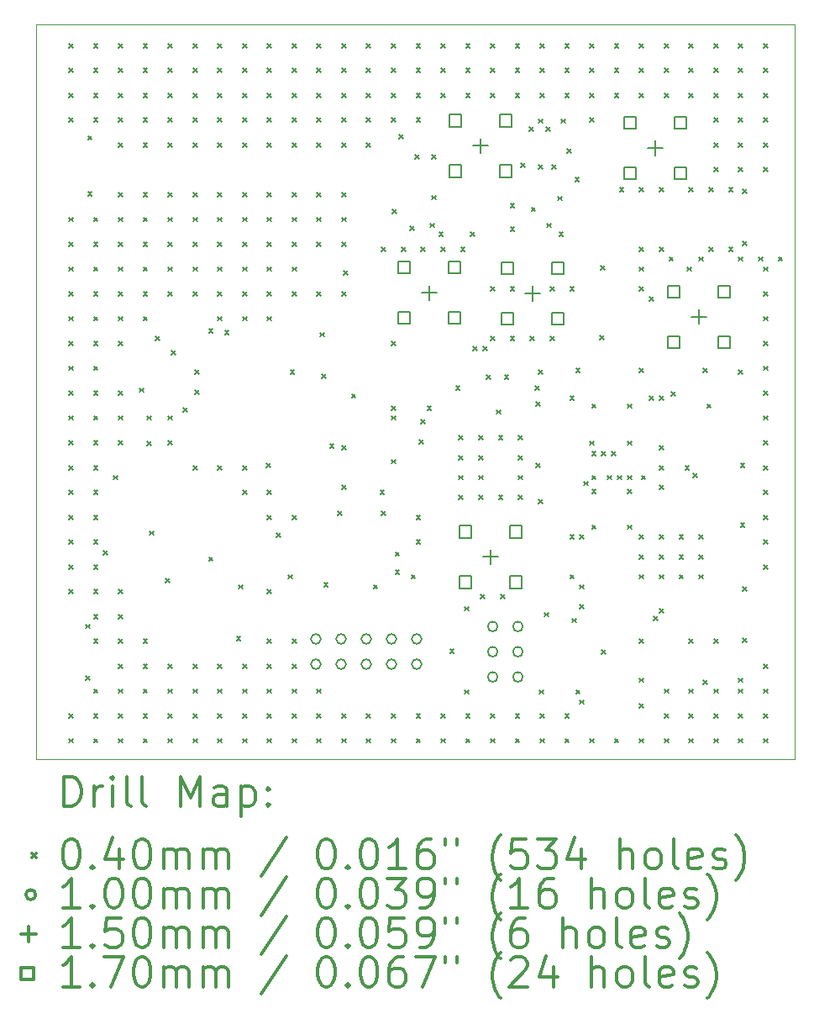
<source format=gbr>
%FSLAX45Y45*%
G04 Gerber Fmt 4.5, Leading zero omitted, Abs format (unit mm)*
G04 Created by KiCad (PCBNEW 5.1.9) date 2021-04-28 13:54:46*
%MOMM*%
%LPD*%
G01*
G04 APERTURE LIST*
%TA.AperFunction,Profile*%
%ADD10C,0.100000*%
%TD*%
%ADD11C,0.200000*%
%ADD12C,0.300000*%
G04 APERTURE END LIST*
D10*
X10400000Y-2540000D02*
X18040000Y-2540000D01*
X10400000Y-9940000D02*
X10400000Y-2540000D01*
X18040000Y-9940000D02*
X10400000Y-9940000D01*
X18040000Y-2540000D02*
X18040000Y-9940000D01*
D11*
X10730000Y-2730000D02*
X10770000Y-2770000D01*
X10770000Y-2730000D02*
X10730000Y-2770000D01*
X10730000Y-2980000D02*
X10770000Y-3020000D01*
X10770000Y-2980000D02*
X10730000Y-3020000D01*
X10730000Y-3230000D02*
X10770000Y-3270000D01*
X10770000Y-3230000D02*
X10730000Y-3270000D01*
X10730000Y-3480000D02*
X10770000Y-3520000D01*
X10770000Y-3480000D02*
X10730000Y-3520000D01*
X10730000Y-4480000D02*
X10770000Y-4520000D01*
X10770000Y-4480000D02*
X10730000Y-4520000D01*
X10730000Y-4730000D02*
X10770000Y-4770000D01*
X10770000Y-4730000D02*
X10730000Y-4770000D01*
X10730000Y-4980000D02*
X10770000Y-5020000D01*
X10770000Y-4980000D02*
X10730000Y-5020000D01*
X10730000Y-5230000D02*
X10770000Y-5270000D01*
X10770000Y-5230000D02*
X10730000Y-5270000D01*
X10730000Y-5480000D02*
X10770000Y-5520000D01*
X10770000Y-5480000D02*
X10730000Y-5520000D01*
X10730000Y-5730000D02*
X10770000Y-5770000D01*
X10770000Y-5730000D02*
X10730000Y-5770000D01*
X10730000Y-5980000D02*
X10770000Y-6020000D01*
X10770000Y-5980000D02*
X10730000Y-6020000D01*
X10730000Y-6230000D02*
X10770000Y-6270000D01*
X10770000Y-6230000D02*
X10730000Y-6270000D01*
X10730000Y-6480000D02*
X10770000Y-6520000D01*
X10770000Y-6480000D02*
X10730000Y-6520000D01*
X10730000Y-6730000D02*
X10770000Y-6770000D01*
X10770000Y-6730000D02*
X10730000Y-6770000D01*
X10730000Y-6980000D02*
X10770000Y-7020000D01*
X10770000Y-6980000D02*
X10730000Y-7020000D01*
X10730000Y-7230000D02*
X10770000Y-7270000D01*
X10770000Y-7230000D02*
X10730000Y-7270000D01*
X10730000Y-7480000D02*
X10770000Y-7520000D01*
X10770000Y-7480000D02*
X10730000Y-7520000D01*
X10730000Y-7730000D02*
X10770000Y-7770000D01*
X10770000Y-7730000D02*
X10730000Y-7770000D01*
X10730000Y-7980000D02*
X10770000Y-8020000D01*
X10770000Y-7980000D02*
X10730000Y-8020000D01*
X10730000Y-8230000D02*
X10770000Y-8270000D01*
X10770000Y-8230000D02*
X10730000Y-8270000D01*
X10730000Y-9480000D02*
X10770000Y-9520000D01*
X10770000Y-9480000D02*
X10730000Y-9520000D01*
X10730000Y-9730000D02*
X10770000Y-9770000D01*
X10770000Y-9730000D02*
X10730000Y-9770000D01*
X10900000Y-8580000D02*
X10940000Y-8620000D01*
X10940000Y-8580000D02*
X10900000Y-8620000D01*
X10900000Y-9100000D02*
X10940000Y-9140000D01*
X10940000Y-9100000D02*
X10900000Y-9140000D01*
X10920000Y-3660000D02*
X10960000Y-3700000D01*
X10960000Y-3660000D02*
X10920000Y-3700000D01*
X10920000Y-4220000D02*
X10960000Y-4260000D01*
X10960000Y-4220000D02*
X10920000Y-4260000D01*
X10980000Y-2730000D02*
X11020000Y-2770000D01*
X11020000Y-2730000D02*
X10980000Y-2770000D01*
X10980000Y-2980000D02*
X11020000Y-3020000D01*
X11020000Y-2980000D02*
X10980000Y-3020000D01*
X10980000Y-3230000D02*
X11020000Y-3270000D01*
X11020000Y-3230000D02*
X10980000Y-3270000D01*
X10980000Y-3480000D02*
X11020000Y-3520000D01*
X11020000Y-3480000D02*
X10980000Y-3520000D01*
X10980000Y-4480000D02*
X11020000Y-4520000D01*
X11020000Y-4480000D02*
X10980000Y-4520000D01*
X10980000Y-4730000D02*
X11020000Y-4770000D01*
X11020000Y-4730000D02*
X10980000Y-4770000D01*
X10980000Y-4980000D02*
X11020000Y-5020000D01*
X11020000Y-4980000D02*
X10980000Y-5020000D01*
X10980000Y-5230000D02*
X11020000Y-5270000D01*
X11020000Y-5230000D02*
X10980000Y-5270000D01*
X10980000Y-5480000D02*
X11020000Y-5520000D01*
X11020000Y-5480000D02*
X10980000Y-5520000D01*
X10980000Y-5730000D02*
X11020000Y-5770000D01*
X11020000Y-5730000D02*
X10980000Y-5770000D01*
X10980000Y-5980000D02*
X11020000Y-6020000D01*
X11020000Y-5980000D02*
X10980000Y-6020000D01*
X10980000Y-6230000D02*
X11020000Y-6270000D01*
X11020000Y-6230000D02*
X10980000Y-6270000D01*
X10980000Y-6480000D02*
X11020000Y-6520000D01*
X11020000Y-6480000D02*
X10980000Y-6520000D01*
X10980000Y-6730000D02*
X11020000Y-6770000D01*
X11020000Y-6730000D02*
X10980000Y-6770000D01*
X10980000Y-6980000D02*
X11020000Y-7020000D01*
X11020000Y-6980000D02*
X10980000Y-7020000D01*
X10980000Y-7230000D02*
X11020000Y-7270000D01*
X11020000Y-7230000D02*
X10980000Y-7270000D01*
X10980000Y-7480000D02*
X11020000Y-7520000D01*
X11020000Y-7480000D02*
X10980000Y-7520000D01*
X10980000Y-7730000D02*
X11020000Y-7770000D01*
X11020000Y-7730000D02*
X10980000Y-7770000D01*
X10980000Y-7980000D02*
X11020000Y-8020000D01*
X11020000Y-7980000D02*
X10980000Y-8020000D01*
X10980000Y-8230000D02*
X11020000Y-8270000D01*
X11020000Y-8230000D02*
X10980000Y-8270000D01*
X10980000Y-8480000D02*
X11020000Y-8520000D01*
X11020000Y-8480000D02*
X10980000Y-8520000D01*
X10980000Y-8730000D02*
X11020000Y-8770000D01*
X11020000Y-8730000D02*
X10980000Y-8770000D01*
X10980000Y-9230000D02*
X11020000Y-9270000D01*
X11020000Y-9230000D02*
X10980000Y-9270000D01*
X10980000Y-9480000D02*
X11020000Y-9520000D01*
X11020000Y-9480000D02*
X10980000Y-9520000D01*
X10980000Y-9730000D02*
X11020000Y-9770000D01*
X11020000Y-9730000D02*
X10980000Y-9770000D01*
X11080000Y-7840000D02*
X11120000Y-7880000D01*
X11120000Y-7840000D02*
X11080000Y-7880000D01*
X11180000Y-7080000D02*
X11220000Y-7120000D01*
X11220000Y-7080000D02*
X11180000Y-7120000D01*
X11230000Y-2730000D02*
X11270000Y-2770000D01*
X11270000Y-2730000D02*
X11230000Y-2770000D01*
X11230000Y-2980000D02*
X11270000Y-3020000D01*
X11270000Y-2980000D02*
X11230000Y-3020000D01*
X11230000Y-3230000D02*
X11270000Y-3270000D01*
X11270000Y-3230000D02*
X11230000Y-3270000D01*
X11230000Y-3480000D02*
X11270000Y-3520000D01*
X11270000Y-3480000D02*
X11230000Y-3520000D01*
X11230000Y-3730000D02*
X11270000Y-3770000D01*
X11270000Y-3730000D02*
X11230000Y-3770000D01*
X11230000Y-4230000D02*
X11270000Y-4270000D01*
X11270000Y-4230000D02*
X11230000Y-4270000D01*
X11230000Y-4480000D02*
X11270000Y-4520000D01*
X11270000Y-4480000D02*
X11230000Y-4520000D01*
X11230000Y-4730000D02*
X11270000Y-4770000D01*
X11270000Y-4730000D02*
X11230000Y-4770000D01*
X11230000Y-4980000D02*
X11270000Y-5020000D01*
X11270000Y-4980000D02*
X11230000Y-5020000D01*
X11230000Y-5230000D02*
X11270000Y-5270000D01*
X11270000Y-5230000D02*
X11230000Y-5270000D01*
X11230000Y-5480000D02*
X11270000Y-5520000D01*
X11270000Y-5480000D02*
X11230000Y-5520000D01*
X11230000Y-5730000D02*
X11270000Y-5770000D01*
X11270000Y-5730000D02*
X11230000Y-5770000D01*
X11230000Y-6230000D02*
X11270000Y-6270000D01*
X11270000Y-6230000D02*
X11230000Y-6270000D01*
X11230000Y-6480000D02*
X11270000Y-6520000D01*
X11270000Y-6480000D02*
X11230000Y-6520000D01*
X11230000Y-6730000D02*
X11270000Y-6770000D01*
X11270000Y-6730000D02*
X11230000Y-6770000D01*
X11230000Y-8230000D02*
X11270000Y-8270000D01*
X11270000Y-8230000D02*
X11230000Y-8270000D01*
X11230000Y-8480000D02*
X11270000Y-8520000D01*
X11270000Y-8480000D02*
X11230000Y-8520000D01*
X11230000Y-8730000D02*
X11270000Y-8770000D01*
X11270000Y-8730000D02*
X11230000Y-8770000D01*
X11230000Y-8980000D02*
X11270000Y-9020000D01*
X11270000Y-8980000D02*
X11230000Y-9020000D01*
X11230000Y-9230000D02*
X11270000Y-9270000D01*
X11270000Y-9230000D02*
X11230000Y-9270000D01*
X11230000Y-9480000D02*
X11270000Y-9520000D01*
X11270000Y-9480000D02*
X11230000Y-9520000D01*
X11230000Y-9730000D02*
X11270000Y-9770000D01*
X11270000Y-9730000D02*
X11230000Y-9770000D01*
X11440000Y-6200000D02*
X11480000Y-6240000D01*
X11480000Y-6200000D02*
X11440000Y-6240000D01*
X11480000Y-2730000D02*
X11520000Y-2770000D01*
X11520000Y-2730000D02*
X11480000Y-2770000D01*
X11480000Y-2980000D02*
X11520000Y-3020000D01*
X11520000Y-2980000D02*
X11480000Y-3020000D01*
X11480000Y-3230000D02*
X11520000Y-3270000D01*
X11520000Y-3230000D02*
X11480000Y-3270000D01*
X11480000Y-3480000D02*
X11520000Y-3520000D01*
X11520000Y-3480000D02*
X11480000Y-3520000D01*
X11480000Y-3730000D02*
X11520000Y-3770000D01*
X11520000Y-3730000D02*
X11480000Y-3770000D01*
X11480000Y-4230000D02*
X11520000Y-4270000D01*
X11520000Y-4230000D02*
X11480000Y-4270000D01*
X11480000Y-4480000D02*
X11520000Y-4520000D01*
X11520000Y-4480000D02*
X11480000Y-4520000D01*
X11480000Y-4730000D02*
X11520000Y-4770000D01*
X11520000Y-4730000D02*
X11480000Y-4770000D01*
X11480000Y-4980000D02*
X11520000Y-5020000D01*
X11520000Y-4980000D02*
X11480000Y-5020000D01*
X11480000Y-5230000D02*
X11520000Y-5270000D01*
X11520000Y-5230000D02*
X11480000Y-5270000D01*
X11480000Y-5480000D02*
X11520000Y-5520000D01*
X11520000Y-5480000D02*
X11480000Y-5520000D01*
X11480000Y-8730000D02*
X11520000Y-8770000D01*
X11520000Y-8730000D02*
X11480000Y-8770000D01*
X11480000Y-8980000D02*
X11520000Y-9020000D01*
X11520000Y-8980000D02*
X11480000Y-9020000D01*
X11480000Y-9230000D02*
X11520000Y-9270000D01*
X11520000Y-9230000D02*
X11480000Y-9270000D01*
X11480000Y-9480000D02*
X11520000Y-9520000D01*
X11520000Y-9480000D02*
X11480000Y-9520000D01*
X11480000Y-9730000D02*
X11520000Y-9770000D01*
X11520000Y-9730000D02*
X11480000Y-9770000D01*
X11520000Y-6480000D02*
X11560000Y-6520000D01*
X11560000Y-6480000D02*
X11520000Y-6520000D01*
X11520000Y-6740000D02*
X11560000Y-6780000D01*
X11560000Y-6740000D02*
X11520000Y-6780000D01*
X11540000Y-7640000D02*
X11580000Y-7680000D01*
X11580000Y-7640000D02*
X11540000Y-7680000D01*
X11600000Y-5680000D02*
X11640000Y-5720000D01*
X11640000Y-5680000D02*
X11600000Y-5720000D01*
X11701500Y-8118500D02*
X11741500Y-8158500D01*
X11741500Y-8118500D02*
X11701500Y-8158500D01*
X11730000Y-2730000D02*
X11770000Y-2770000D01*
X11770000Y-2730000D02*
X11730000Y-2770000D01*
X11730000Y-2980000D02*
X11770000Y-3020000D01*
X11770000Y-2980000D02*
X11730000Y-3020000D01*
X11730000Y-3230000D02*
X11770000Y-3270000D01*
X11770000Y-3230000D02*
X11730000Y-3270000D01*
X11730000Y-3480000D02*
X11770000Y-3520000D01*
X11770000Y-3480000D02*
X11730000Y-3520000D01*
X11730000Y-3730000D02*
X11770000Y-3770000D01*
X11770000Y-3730000D02*
X11730000Y-3770000D01*
X11730000Y-4230000D02*
X11770000Y-4270000D01*
X11770000Y-4230000D02*
X11730000Y-4270000D01*
X11730000Y-4480000D02*
X11770000Y-4520000D01*
X11770000Y-4480000D02*
X11730000Y-4520000D01*
X11730000Y-4730000D02*
X11770000Y-4770000D01*
X11770000Y-4730000D02*
X11730000Y-4770000D01*
X11730000Y-4980000D02*
X11770000Y-5020000D01*
X11770000Y-4980000D02*
X11730000Y-5020000D01*
X11730000Y-5230000D02*
X11770000Y-5270000D01*
X11770000Y-5230000D02*
X11730000Y-5270000D01*
X11730000Y-6480000D02*
X11770000Y-6520000D01*
X11770000Y-6480000D02*
X11730000Y-6520000D01*
X11730000Y-6730000D02*
X11770000Y-6770000D01*
X11770000Y-6730000D02*
X11730000Y-6770000D01*
X11730000Y-8980000D02*
X11770000Y-9020000D01*
X11770000Y-8980000D02*
X11730000Y-9020000D01*
X11730000Y-9230000D02*
X11770000Y-9270000D01*
X11770000Y-9230000D02*
X11730000Y-9270000D01*
X11730000Y-9480000D02*
X11770000Y-9520000D01*
X11770000Y-9480000D02*
X11730000Y-9520000D01*
X11730000Y-9730000D02*
X11770000Y-9770000D01*
X11770000Y-9730000D02*
X11730000Y-9770000D01*
X11760000Y-5820000D02*
X11800000Y-5860000D01*
X11800000Y-5820000D02*
X11760000Y-5860000D01*
X11880000Y-6400000D02*
X11920000Y-6440000D01*
X11920000Y-6400000D02*
X11880000Y-6440000D01*
X11980000Y-2730000D02*
X12020000Y-2770000D01*
X12020000Y-2730000D02*
X11980000Y-2770000D01*
X11980000Y-2980000D02*
X12020000Y-3020000D01*
X12020000Y-2980000D02*
X11980000Y-3020000D01*
X11980000Y-3230000D02*
X12020000Y-3270000D01*
X12020000Y-3230000D02*
X11980000Y-3270000D01*
X11980000Y-3480000D02*
X12020000Y-3520000D01*
X12020000Y-3480000D02*
X11980000Y-3520000D01*
X11980000Y-3480000D02*
X12020000Y-3520000D01*
X12020000Y-3480000D02*
X11980000Y-3520000D01*
X11980000Y-3730000D02*
X12020000Y-3770000D01*
X12020000Y-3730000D02*
X11980000Y-3770000D01*
X11980000Y-4230000D02*
X12020000Y-4270000D01*
X12020000Y-4230000D02*
X11980000Y-4270000D01*
X11980000Y-4480000D02*
X12020000Y-4520000D01*
X12020000Y-4480000D02*
X11980000Y-4520000D01*
X11980000Y-4730000D02*
X12020000Y-4770000D01*
X12020000Y-4730000D02*
X11980000Y-4770000D01*
X11980000Y-4980000D02*
X12020000Y-5020000D01*
X12020000Y-4980000D02*
X11980000Y-5020000D01*
X11980000Y-5230000D02*
X12020000Y-5270000D01*
X12020000Y-5230000D02*
X11980000Y-5270000D01*
X11980000Y-6980000D02*
X12020000Y-7020000D01*
X12020000Y-6980000D02*
X11980000Y-7020000D01*
X11980000Y-8980000D02*
X12020000Y-9020000D01*
X12020000Y-8980000D02*
X11980000Y-9020000D01*
X11980000Y-9230000D02*
X12020000Y-9270000D01*
X12020000Y-9230000D02*
X11980000Y-9270000D01*
X11980000Y-9480000D02*
X12020000Y-9520000D01*
X12020000Y-9480000D02*
X11980000Y-9520000D01*
X11980000Y-9730000D02*
X12020000Y-9770000D01*
X12020000Y-9730000D02*
X11980000Y-9770000D01*
X12000000Y-6020000D02*
X12040000Y-6060000D01*
X12040000Y-6020000D02*
X12000000Y-6060000D01*
X12000000Y-6220000D02*
X12040000Y-6260000D01*
X12040000Y-6220000D02*
X12000000Y-6260000D01*
X12140000Y-5600000D02*
X12180000Y-5640000D01*
X12180000Y-5600000D02*
X12140000Y-5640000D01*
X12140000Y-7901500D02*
X12180000Y-7941500D01*
X12180000Y-7901500D02*
X12140000Y-7941500D01*
X12230000Y-2730000D02*
X12270000Y-2770000D01*
X12270000Y-2730000D02*
X12230000Y-2770000D01*
X12230000Y-2980000D02*
X12270000Y-3020000D01*
X12270000Y-2980000D02*
X12230000Y-3020000D01*
X12230000Y-3230000D02*
X12270000Y-3270000D01*
X12270000Y-3230000D02*
X12230000Y-3270000D01*
X12230000Y-3480000D02*
X12270000Y-3520000D01*
X12270000Y-3480000D02*
X12230000Y-3520000D01*
X12230000Y-3730000D02*
X12270000Y-3770000D01*
X12270000Y-3730000D02*
X12230000Y-3770000D01*
X12230000Y-4230000D02*
X12270000Y-4270000D01*
X12270000Y-4230000D02*
X12230000Y-4270000D01*
X12230000Y-4230000D02*
X12270000Y-4270000D01*
X12270000Y-4230000D02*
X12230000Y-4270000D01*
X12230000Y-4480000D02*
X12270000Y-4520000D01*
X12270000Y-4480000D02*
X12230000Y-4520000D01*
X12230000Y-4730000D02*
X12270000Y-4770000D01*
X12270000Y-4730000D02*
X12230000Y-4770000D01*
X12230000Y-4980000D02*
X12270000Y-5020000D01*
X12270000Y-4980000D02*
X12230000Y-5020000D01*
X12230000Y-5230000D02*
X12270000Y-5270000D01*
X12270000Y-5230000D02*
X12230000Y-5270000D01*
X12230000Y-5480000D02*
X12270000Y-5520000D01*
X12270000Y-5480000D02*
X12230000Y-5520000D01*
X12230000Y-6980000D02*
X12270000Y-7020000D01*
X12270000Y-6980000D02*
X12230000Y-7020000D01*
X12230000Y-8980000D02*
X12270000Y-9020000D01*
X12270000Y-8980000D02*
X12230000Y-9020000D01*
X12230000Y-9230000D02*
X12270000Y-9270000D01*
X12270000Y-9230000D02*
X12230000Y-9270000D01*
X12230000Y-9480000D02*
X12270000Y-9520000D01*
X12270000Y-9480000D02*
X12230000Y-9520000D01*
X12230000Y-9730000D02*
X12270000Y-9770000D01*
X12270000Y-9730000D02*
X12230000Y-9770000D01*
X12300000Y-5620000D02*
X12340000Y-5660000D01*
X12340000Y-5620000D02*
X12300000Y-5660000D01*
X12420000Y-8700000D02*
X12460000Y-8740000D01*
X12460000Y-8700000D02*
X12420000Y-8740000D01*
X12440000Y-8180000D02*
X12480000Y-8220000D01*
X12480000Y-8180000D02*
X12440000Y-8220000D01*
X12480000Y-2730000D02*
X12520000Y-2770000D01*
X12520000Y-2730000D02*
X12480000Y-2770000D01*
X12480000Y-2980000D02*
X12520000Y-3020000D01*
X12520000Y-2980000D02*
X12480000Y-3020000D01*
X12480000Y-3230000D02*
X12520000Y-3270000D01*
X12520000Y-3230000D02*
X12480000Y-3270000D01*
X12480000Y-3230000D02*
X12520000Y-3270000D01*
X12520000Y-3230000D02*
X12480000Y-3270000D01*
X12480000Y-3480000D02*
X12520000Y-3520000D01*
X12520000Y-3480000D02*
X12480000Y-3520000D01*
X12480000Y-3730000D02*
X12520000Y-3770000D01*
X12520000Y-3730000D02*
X12480000Y-3770000D01*
X12480000Y-4230000D02*
X12520000Y-4270000D01*
X12520000Y-4230000D02*
X12480000Y-4270000D01*
X12480000Y-4480000D02*
X12520000Y-4520000D01*
X12520000Y-4480000D02*
X12480000Y-4520000D01*
X12480000Y-4730000D02*
X12520000Y-4770000D01*
X12520000Y-4730000D02*
X12480000Y-4770000D01*
X12480000Y-4980000D02*
X12520000Y-5020000D01*
X12520000Y-4980000D02*
X12480000Y-5020000D01*
X12480000Y-5230000D02*
X12520000Y-5270000D01*
X12520000Y-5230000D02*
X12480000Y-5270000D01*
X12480000Y-5480000D02*
X12520000Y-5520000D01*
X12520000Y-5480000D02*
X12480000Y-5520000D01*
X12480000Y-6980000D02*
X12520000Y-7020000D01*
X12520000Y-6980000D02*
X12480000Y-7020000D01*
X12480000Y-7230000D02*
X12520000Y-7270000D01*
X12520000Y-7230000D02*
X12480000Y-7270000D01*
X12480000Y-8980000D02*
X12520000Y-9020000D01*
X12520000Y-8980000D02*
X12480000Y-9020000D01*
X12480000Y-9230000D02*
X12520000Y-9270000D01*
X12520000Y-9230000D02*
X12480000Y-9270000D01*
X12480000Y-9480000D02*
X12520000Y-9520000D01*
X12520000Y-9480000D02*
X12480000Y-9520000D01*
X12480000Y-9730000D02*
X12520000Y-9770000D01*
X12520000Y-9730000D02*
X12480000Y-9770000D01*
X12720000Y-6960000D02*
X12760000Y-7000000D01*
X12760000Y-6960000D02*
X12720000Y-7000000D01*
X12730000Y-2730000D02*
X12770000Y-2770000D01*
X12770000Y-2730000D02*
X12730000Y-2770000D01*
X12730000Y-2980000D02*
X12770000Y-3020000D01*
X12770000Y-2980000D02*
X12730000Y-3020000D01*
X12730000Y-3230000D02*
X12770000Y-3270000D01*
X12770000Y-3230000D02*
X12730000Y-3270000D01*
X12730000Y-3480000D02*
X12770000Y-3520000D01*
X12770000Y-3480000D02*
X12730000Y-3520000D01*
X12730000Y-3730000D02*
X12770000Y-3770000D01*
X12770000Y-3730000D02*
X12730000Y-3770000D01*
X12730000Y-4230000D02*
X12770000Y-4270000D01*
X12770000Y-4230000D02*
X12730000Y-4270000D01*
X12730000Y-4480000D02*
X12770000Y-4520000D01*
X12770000Y-4480000D02*
X12730000Y-4520000D01*
X12730000Y-4730000D02*
X12770000Y-4770000D01*
X12770000Y-4730000D02*
X12730000Y-4770000D01*
X12730000Y-4980000D02*
X12770000Y-5020000D01*
X12770000Y-4980000D02*
X12730000Y-5020000D01*
X12730000Y-5230000D02*
X12770000Y-5270000D01*
X12770000Y-5230000D02*
X12730000Y-5270000D01*
X12730000Y-5480000D02*
X12770000Y-5520000D01*
X12770000Y-5480000D02*
X12730000Y-5520000D01*
X12730000Y-7230000D02*
X12770000Y-7270000D01*
X12770000Y-7230000D02*
X12730000Y-7270000D01*
X12730000Y-7480000D02*
X12770000Y-7520000D01*
X12770000Y-7480000D02*
X12730000Y-7520000D01*
X12730000Y-8230000D02*
X12770000Y-8270000D01*
X12770000Y-8230000D02*
X12730000Y-8270000D01*
X12730000Y-8730000D02*
X12770000Y-8770000D01*
X12770000Y-8730000D02*
X12730000Y-8770000D01*
X12730000Y-8980000D02*
X12770000Y-9020000D01*
X12770000Y-8980000D02*
X12730000Y-9020000D01*
X12730000Y-9230000D02*
X12770000Y-9270000D01*
X12770000Y-9230000D02*
X12730000Y-9270000D01*
X12730000Y-9480000D02*
X12770000Y-9520000D01*
X12770000Y-9480000D02*
X12730000Y-9520000D01*
X12730000Y-9730000D02*
X12770000Y-9770000D01*
X12770000Y-9730000D02*
X12730000Y-9770000D01*
X12820000Y-7660000D02*
X12860000Y-7700000D01*
X12860000Y-7660000D02*
X12820000Y-7700000D01*
X12940000Y-8080000D02*
X12980000Y-8120000D01*
X12980000Y-8080000D02*
X12940000Y-8120000D01*
X12960000Y-6020000D02*
X13000000Y-6060000D01*
X13000000Y-6020000D02*
X12960000Y-6060000D01*
X12980000Y-2730000D02*
X13020000Y-2770000D01*
X13020000Y-2730000D02*
X12980000Y-2770000D01*
X12980000Y-2980000D02*
X13020000Y-3020000D01*
X13020000Y-2980000D02*
X12980000Y-3020000D01*
X12980000Y-3230000D02*
X13020000Y-3270000D01*
X13020000Y-3230000D02*
X12980000Y-3270000D01*
X12980000Y-3480000D02*
X13020000Y-3520000D01*
X13020000Y-3480000D02*
X12980000Y-3520000D01*
X12980000Y-3480000D02*
X13020000Y-3520000D01*
X13020000Y-3480000D02*
X12980000Y-3520000D01*
X12980000Y-3730000D02*
X13020000Y-3770000D01*
X13020000Y-3730000D02*
X12980000Y-3770000D01*
X12980000Y-4230000D02*
X13020000Y-4270000D01*
X13020000Y-4230000D02*
X12980000Y-4270000D01*
X12980000Y-4480000D02*
X13020000Y-4520000D01*
X13020000Y-4480000D02*
X12980000Y-4520000D01*
X12980000Y-4730000D02*
X13020000Y-4770000D01*
X13020000Y-4730000D02*
X12980000Y-4770000D01*
X12980000Y-4980000D02*
X13020000Y-5020000D01*
X13020000Y-4980000D02*
X12980000Y-5020000D01*
X12980000Y-5230000D02*
X13020000Y-5270000D01*
X13020000Y-5230000D02*
X12980000Y-5270000D01*
X12980000Y-7480000D02*
X13020000Y-7520000D01*
X13020000Y-7480000D02*
X12980000Y-7520000D01*
X12980000Y-8730000D02*
X13020000Y-8770000D01*
X13020000Y-8730000D02*
X12980000Y-8770000D01*
X12980000Y-8980000D02*
X13020000Y-9020000D01*
X13020000Y-8980000D02*
X12980000Y-9020000D01*
X12980000Y-9230000D02*
X13020000Y-9270000D01*
X13020000Y-9230000D02*
X12980000Y-9270000D01*
X12980000Y-9480000D02*
X13020000Y-9520000D01*
X13020000Y-9480000D02*
X12980000Y-9520000D01*
X12980000Y-9730000D02*
X13020000Y-9770000D01*
X13020000Y-9730000D02*
X12980000Y-9770000D01*
X13230000Y-2730000D02*
X13270000Y-2770000D01*
X13270000Y-2730000D02*
X13230000Y-2770000D01*
X13230000Y-2980000D02*
X13270000Y-3020000D01*
X13270000Y-2980000D02*
X13230000Y-3020000D01*
X13230000Y-3230000D02*
X13270000Y-3270000D01*
X13270000Y-3230000D02*
X13230000Y-3270000D01*
X13230000Y-3480000D02*
X13270000Y-3520000D01*
X13270000Y-3480000D02*
X13230000Y-3520000D01*
X13230000Y-3730000D02*
X13270000Y-3770000D01*
X13270000Y-3730000D02*
X13230000Y-3770000D01*
X13230000Y-4230000D02*
X13270000Y-4270000D01*
X13270000Y-4230000D02*
X13230000Y-4270000D01*
X13230000Y-4480000D02*
X13270000Y-4520000D01*
X13270000Y-4480000D02*
X13230000Y-4520000D01*
X13230000Y-4730000D02*
X13270000Y-4770000D01*
X13270000Y-4730000D02*
X13230000Y-4770000D01*
X13230000Y-5230000D02*
X13270000Y-5270000D01*
X13270000Y-5230000D02*
X13230000Y-5270000D01*
X13230000Y-9230000D02*
X13270000Y-9270000D01*
X13270000Y-9230000D02*
X13230000Y-9270000D01*
X13230000Y-9480000D02*
X13270000Y-9520000D01*
X13270000Y-9480000D02*
X13230000Y-9520000D01*
X13230000Y-9730000D02*
X13270000Y-9770000D01*
X13270000Y-9730000D02*
X13230000Y-9770000D01*
X13260000Y-5640000D02*
X13300000Y-5680000D01*
X13300000Y-5640000D02*
X13260000Y-5680000D01*
X13280000Y-6060000D02*
X13320000Y-6100000D01*
X13320000Y-6060000D02*
X13280000Y-6100000D01*
X13300000Y-8160000D02*
X13340000Y-8200000D01*
X13340000Y-8160000D02*
X13300000Y-8200000D01*
X13360000Y-6760000D02*
X13400000Y-6800000D01*
X13400000Y-6760000D02*
X13360000Y-6800000D01*
X13440000Y-7440000D02*
X13480000Y-7480000D01*
X13480000Y-7440000D02*
X13440000Y-7480000D01*
X13480000Y-2730000D02*
X13520000Y-2770000D01*
X13520000Y-2730000D02*
X13480000Y-2770000D01*
X13480000Y-2980000D02*
X13520000Y-3020000D01*
X13520000Y-2980000D02*
X13480000Y-3020000D01*
X13480000Y-3230000D02*
X13520000Y-3270000D01*
X13520000Y-3230000D02*
X13480000Y-3270000D01*
X13480000Y-3480000D02*
X13520000Y-3520000D01*
X13520000Y-3480000D02*
X13480000Y-3520000D01*
X13480000Y-3730000D02*
X13520000Y-3770000D01*
X13520000Y-3730000D02*
X13480000Y-3770000D01*
X13480000Y-4230000D02*
X13520000Y-4270000D01*
X13520000Y-4230000D02*
X13480000Y-4270000D01*
X13480000Y-4480000D02*
X13520000Y-4520000D01*
X13520000Y-4480000D02*
X13480000Y-4520000D01*
X13480000Y-4730000D02*
X13520000Y-4770000D01*
X13520000Y-4730000D02*
X13480000Y-4770000D01*
X13480000Y-5230000D02*
X13520000Y-5270000D01*
X13520000Y-5230000D02*
X13480000Y-5270000D01*
X13480000Y-5230000D02*
X13520000Y-5270000D01*
X13520000Y-5230000D02*
X13480000Y-5270000D01*
X13480000Y-6780000D02*
X13520000Y-6820000D01*
X13520000Y-6780000D02*
X13480000Y-6820000D01*
X13480000Y-7180000D02*
X13520000Y-7220000D01*
X13520000Y-7180000D02*
X13480000Y-7220000D01*
X13480000Y-9480000D02*
X13520000Y-9520000D01*
X13520000Y-9480000D02*
X13480000Y-9520000D01*
X13480000Y-9730000D02*
X13520000Y-9770000D01*
X13520000Y-9730000D02*
X13480000Y-9770000D01*
X13500000Y-5020000D02*
X13540000Y-5060000D01*
X13540000Y-5020000D02*
X13500000Y-5060000D01*
X13580000Y-6260000D02*
X13620000Y-6300000D01*
X13620000Y-6260000D02*
X13580000Y-6300000D01*
X13730000Y-2730000D02*
X13770000Y-2770000D01*
X13770000Y-2730000D02*
X13730000Y-2770000D01*
X13730000Y-2980000D02*
X13770000Y-3020000D01*
X13770000Y-2980000D02*
X13730000Y-3020000D01*
X13730000Y-3230000D02*
X13770000Y-3270000D01*
X13770000Y-3230000D02*
X13730000Y-3270000D01*
X13730000Y-3480000D02*
X13770000Y-3520000D01*
X13770000Y-3480000D02*
X13730000Y-3520000D01*
X13730000Y-3730000D02*
X13770000Y-3770000D01*
X13770000Y-3730000D02*
X13730000Y-3770000D01*
X13730000Y-9480000D02*
X13770000Y-9520000D01*
X13770000Y-9480000D02*
X13730000Y-9520000D01*
X13730000Y-9730000D02*
X13770000Y-9770000D01*
X13770000Y-9730000D02*
X13730000Y-9770000D01*
X13800000Y-8180000D02*
X13840000Y-8220000D01*
X13840000Y-8180000D02*
X13800000Y-8220000D01*
X13866250Y-7226250D02*
X13906250Y-7266250D01*
X13906250Y-7226250D02*
X13866250Y-7266250D01*
X13880000Y-4780000D02*
X13920000Y-4820000D01*
X13920000Y-4780000D02*
X13880000Y-4820000D01*
X13880000Y-7440000D02*
X13920000Y-7480000D01*
X13920000Y-7440000D02*
X13880000Y-7480000D01*
X13980000Y-2730000D02*
X14020000Y-2770000D01*
X14020000Y-2730000D02*
X13980000Y-2770000D01*
X13980000Y-2980000D02*
X14020000Y-3020000D01*
X14020000Y-2980000D02*
X13980000Y-3020000D01*
X13980000Y-3230000D02*
X14020000Y-3270000D01*
X14020000Y-3230000D02*
X13980000Y-3270000D01*
X13980000Y-3480000D02*
X14020000Y-3520000D01*
X14020000Y-3480000D02*
X13980000Y-3520000D01*
X13980000Y-5730000D02*
X14020000Y-5770000D01*
X14020000Y-5730000D02*
X13980000Y-5770000D01*
X13980000Y-6380000D02*
X14020000Y-6420000D01*
X14020000Y-6380000D02*
X13980000Y-6420000D01*
X13980000Y-6480000D02*
X14020000Y-6520000D01*
X14020000Y-6480000D02*
X13980000Y-6520000D01*
X13980000Y-6920000D02*
X14020000Y-6960000D01*
X14020000Y-6920000D02*
X13980000Y-6960000D01*
X13980000Y-9480000D02*
X14020000Y-9520000D01*
X14020000Y-9480000D02*
X13980000Y-9520000D01*
X13980000Y-9730000D02*
X14020000Y-9770000D01*
X14020000Y-9730000D02*
X13980000Y-9770000D01*
X13990000Y-4400000D02*
X14030000Y-4440000D01*
X14030000Y-4400000D02*
X13990000Y-4440000D01*
X14020000Y-7850000D02*
X14060000Y-7890000D01*
X14060000Y-7850000D02*
X14020000Y-7890000D01*
X14020000Y-8030000D02*
X14060000Y-8070000D01*
X14060000Y-8030000D02*
X14020000Y-8070000D01*
X14060000Y-3650000D02*
X14100000Y-3690000D01*
X14100000Y-3650000D02*
X14060000Y-3690000D01*
X14080000Y-4780000D02*
X14120000Y-4820000D01*
X14120000Y-4780000D02*
X14080000Y-4820000D01*
X14170000Y-4570000D02*
X14210000Y-4610000D01*
X14210000Y-4570000D02*
X14170000Y-4610000D01*
X14180000Y-8080000D02*
X14220000Y-8120000D01*
X14220000Y-8080000D02*
X14180000Y-8120000D01*
X14220000Y-3850000D02*
X14260000Y-3890000D01*
X14260000Y-3850000D02*
X14220000Y-3890000D01*
X14230000Y-2730000D02*
X14270000Y-2770000D01*
X14270000Y-2730000D02*
X14230000Y-2770000D01*
X14230000Y-2980000D02*
X14270000Y-3020000D01*
X14270000Y-2980000D02*
X14230000Y-3020000D01*
X14230000Y-3230000D02*
X14270000Y-3270000D01*
X14270000Y-3230000D02*
X14230000Y-3270000D01*
X14230000Y-3480000D02*
X14270000Y-3520000D01*
X14270000Y-3480000D02*
X14230000Y-3520000D01*
X14230000Y-7480000D02*
X14270000Y-7520000D01*
X14270000Y-7480000D02*
X14230000Y-7520000D01*
X14230000Y-7730000D02*
X14270000Y-7770000D01*
X14270000Y-7730000D02*
X14230000Y-7770000D01*
X14230000Y-9480000D02*
X14270000Y-9520000D01*
X14270000Y-9480000D02*
X14230000Y-9520000D01*
X14230000Y-9730000D02*
X14270000Y-9770000D01*
X14270000Y-9730000D02*
X14230000Y-9770000D01*
X14260000Y-6720000D02*
X14300000Y-6760000D01*
X14300000Y-6720000D02*
X14260000Y-6760000D01*
X14280000Y-4780000D02*
X14320000Y-4820000D01*
X14320000Y-4780000D02*
X14280000Y-4820000D01*
X14280000Y-6520000D02*
X14320000Y-6560000D01*
X14320000Y-6520000D02*
X14280000Y-6560000D01*
X14340000Y-6380000D02*
X14380000Y-6420000D01*
X14380000Y-6380000D02*
X14340000Y-6420000D01*
X14370000Y-4540000D02*
X14410000Y-4580000D01*
X14410000Y-4540000D02*
X14370000Y-4580000D01*
X14390000Y-3850000D02*
X14430000Y-3890000D01*
X14430000Y-3850000D02*
X14390000Y-3890000D01*
X14390000Y-4260000D02*
X14430000Y-4300000D01*
X14430000Y-4260000D02*
X14390000Y-4300000D01*
X14460000Y-4630000D02*
X14500000Y-4670000D01*
X14500000Y-4630000D02*
X14460000Y-4670000D01*
X14480000Y-2730000D02*
X14520000Y-2770000D01*
X14520000Y-2730000D02*
X14480000Y-2770000D01*
X14480000Y-2980000D02*
X14520000Y-3020000D01*
X14520000Y-2980000D02*
X14480000Y-3020000D01*
X14480000Y-3230000D02*
X14520000Y-3270000D01*
X14520000Y-3230000D02*
X14480000Y-3270000D01*
X14480000Y-4780000D02*
X14520000Y-4820000D01*
X14520000Y-4780000D02*
X14480000Y-4820000D01*
X14480000Y-9480000D02*
X14520000Y-9520000D01*
X14520000Y-9480000D02*
X14480000Y-9520000D01*
X14480000Y-9730000D02*
X14520000Y-9770000D01*
X14520000Y-9730000D02*
X14480000Y-9770000D01*
X14570000Y-8830000D02*
X14610000Y-8870000D01*
X14610000Y-8830000D02*
X14570000Y-8870000D01*
X14630000Y-6180000D02*
X14670000Y-6220000D01*
X14670000Y-6180000D02*
X14630000Y-6220000D01*
X14660000Y-6680000D02*
X14700000Y-6720000D01*
X14700000Y-6680000D02*
X14660000Y-6720000D01*
X14660000Y-6880000D02*
X14700000Y-6920000D01*
X14700000Y-6880000D02*
X14660000Y-6920000D01*
X14660000Y-7080000D02*
X14700000Y-7120000D01*
X14700000Y-7080000D02*
X14660000Y-7120000D01*
X14660000Y-7280000D02*
X14700000Y-7320000D01*
X14700000Y-7280000D02*
X14660000Y-7320000D01*
X14680000Y-4780000D02*
X14720000Y-4820000D01*
X14720000Y-4780000D02*
X14680000Y-4820000D01*
X14720000Y-8400000D02*
X14760000Y-8440000D01*
X14760000Y-8400000D02*
X14720000Y-8440000D01*
X14720000Y-9240000D02*
X14760000Y-9280000D01*
X14760000Y-9240000D02*
X14720000Y-9280000D01*
X14730000Y-2730000D02*
X14770000Y-2770000D01*
X14770000Y-2730000D02*
X14730000Y-2770000D01*
X14730000Y-2980000D02*
X14770000Y-3020000D01*
X14770000Y-2980000D02*
X14730000Y-3020000D01*
X14730000Y-3230000D02*
X14770000Y-3270000D01*
X14770000Y-3230000D02*
X14730000Y-3270000D01*
X14730000Y-9480000D02*
X14770000Y-9520000D01*
X14770000Y-9480000D02*
X14730000Y-9520000D01*
X14730000Y-9730000D02*
X14770000Y-9770000D01*
X14770000Y-9730000D02*
X14730000Y-9770000D01*
X14780000Y-4630000D02*
X14820000Y-4670000D01*
X14820000Y-4630000D02*
X14780000Y-4670000D01*
X14805000Y-5780000D02*
X14845000Y-5820000D01*
X14845000Y-5780000D02*
X14805000Y-5820000D01*
X14860000Y-6680000D02*
X14900000Y-6720000D01*
X14900000Y-6680000D02*
X14860000Y-6720000D01*
X14860000Y-6880000D02*
X14900000Y-6920000D01*
X14900000Y-6880000D02*
X14860000Y-6920000D01*
X14860000Y-7080000D02*
X14900000Y-7120000D01*
X14900000Y-7080000D02*
X14860000Y-7120000D01*
X14860000Y-7280000D02*
X14900000Y-7320000D01*
X14900000Y-7280000D02*
X14860000Y-7320000D01*
X14880000Y-8280000D02*
X14920000Y-8320000D01*
X14920000Y-8280000D02*
X14880000Y-8320000D01*
X14905000Y-5780000D02*
X14945000Y-5820000D01*
X14945000Y-5780000D02*
X14905000Y-5820000D01*
X14940000Y-6070000D02*
X14980000Y-6110000D01*
X14980000Y-6070000D02*
X14940000Y-6110000D01*
X14980000Y-2730000D02*
X15020000Y-2770000D01*
X15020000Y-2730000D02*
X14980000Y-2770000D01*
X14980000Y-2980000D02*
X15020000Y-3020000D01*
X15020000Y-2980000D02*
X14980000Y-3020000D01*
X14980000Y-3230000D02*
X15020000Y-3270000D01*
X15020000Y-3230000D02*
X14980000Y-3270000D01*
X14980000Y-5180000D02*
X15020000Y-5220000D01*
X15020000Y-5180000D02*
X14980000Y-5220000D01*
X14980000Y-5680000D02*
X15020000Y-5720000D01*
X15020000Y-5680000D02*
X14980000Y-5720000D01*
X14980000Y-9480000D02*
X15020000Y-9520000D01*
X15020000Y-9480000D02*
X14980000Y-9520000D01*
X14980000Y-9480000D02*
X15020000Y-9520000D01*
X15020000Y-9480000D02*
X14980000Y-9520000D01*
X14980000Y-9730000D02*
X15020000Y-9770000D01*
X15020000Y-9730000D02*
X14980000Y-9770000D01*
X15040000Y-6420000D02*
X15080000Y-6460000D01*
X15080000Y-6420000D02*
X15040000Y-6460000D01*
X15060000Y-6680000D02*
X15100000Y-6720000D01*
X15100000Y-6680000D02*
X15060000Y-6720000D01*
X15060000Y-7280000D02*
X15100000Y-7320000D01*
X15100000Y-7280000D02*
X15060000Y-7320000D01*
X15080000Y-8280000D02*
X15120000Y-8320000D01*
X15120000Y-8280000D02*
X15080000Y-8320000D01*
X15120000Y-6070000D02*
X15160000Y-6110000D01*
X15160000Y-6070000D02*
X15120000Y-6110000D01*
X15180000Y-4340000D02*
X15220000Y-4380000D01*
X15220000Y-4340000D02*
X15180000Y-4380000D01*
X15180000Y-4580000D02*
X15220000Y-4620000D01*
X15220000Y-4580000D02*
X15180000Y-4620000D01*
X15180000Y-5180000D02*
X15220000Y-5220000D01*
X15220000Y-5180000D02*
X15180000Y-5220000D01*
X15180000Y-5680000D02*
X15220000Y-5720000D01*
X15220000Y-5680000D02*
X15180000Y-5720000D01*
X15230000Y-2730000D02*
X15270000Y-2770000D01*
X15270000Y-2730000D02*
X15230000Y-2770000D01*
X15230000Y-2980000D02*
X15270000Y-3020000D01*
X15270000Y-2980000D02*
X15230000Y-3020000D01*
X15230000Y-3230000D02*
X15270000Y-3270000D01*
X15270000Y-3230000D02*
X15230000Y-3270000D01*
X15230000Y-9480000D02*
X15270000Y-9520000D01*
X15270000Y-9480000D02*
X15230000Y-9520000D01*
X15230000Y-9730000D02*
X15270000Y-9770000D01*
X15270000Y-9730000D02*
X15230000Y-9770000D01*
X15260000Y-6680000D02*
X15300000Y-6720000D01*
X15300000Y-6680000D02*
X15260000Y-6720000D01*
X15260000Y-6880000D02*
X15300000Y-6920000D01*
X15300000Y-6880000D02*
X15260000Y-6920000D01*
X15260000Y-7080000D02*
X15300000Y-7120000D01*
X15300000Y-7080000D02*
X15260000Y-7120000D01*
X15260000Y-7280000D02*
X15300000Y-7320000D01*
X15300000Y-7280000D02*
X15260000Y-7320000D01*
X15282000Y-3934000D02*
X15322000Y-3974000D01*
X15322000Y-3934000D02*
X15282000Y-3974000D01*
X15370000Y-3570000D02*
X15410000Y-3610000D01*
X15410000Y-3570000D02*
X15370000Y-3610000D01*
X15380000Y-5680000D02*
X15420000Y-5720000D01*
X15420000Y-5680000D02*
X15380000Y-5720000D01*
X15390000Y-4380000D02*
X15430000Y-4420000D01*
X15430000Y-4380000D02*
X15390000Y-4420000D01*
X15430000Y-6180000D02*
X15470000Y-6220000D01*
X15470000Y-6180000D02*
X15430000Y-6220000D01*
X15440000Y-6340000D02*
X15480000Y-6380000D01*
X15480000Y-6340000D02*
X15440000Y-6380000D01*
X15440000Y-6960000D02*
X15480000Y-7000000D01*
X15480000Y-6960000D02*
X15440000Y-7000000D01*
X15460000Y-3490000D02*
X15500000Y-3530000D01*
X15500000Y-3490000D02*
X15460000Y-3530000D01*
X15460000Y-6020000D02*
X15500000Y-6060000D01*
X15500000Y-6020000D02*
X15460000Y-6060000D01*
X15460000Y-7320000D02*
X15500000Y-7360000D01*
X15500000Y-7320000D02*
X15460000Y-7360000D01*
X15461500Y-3950000D02*
X15501500Y-3990000D01*
X15501500Y-3950000D02*
X15461500Y-3990000D01*
X15470000Y-9240000D02*
X15510000Y-9280000D01*
X15510000Y-9240000D02*
X15470000Y-9280000D01*
X15480000Y-2730000D02*
X15520000Y-2770000D01*
X15520000Y-2730000D02*
X15480000Y-2770000D01*
X15480000Y-2980000D02*
X15520000Y-3020000D01*
X15520000Y-2980000D02*
X15480000Y-3020000D01*
X15480000Y-3230000D02*
X15520000Y-3270000D01*
X15520000Y-3230000D02*
X15480000Y-3270000D01*
X15480000Y-9480000D02*
X15520000Y-9520000D01*
X15520000Y-9480000D02*
X15480000Y-9520000D01*
X15480000Y-9730000D02*
X15520000Y-9770000D01*
X15520000Y-9730000D02*
X15480000Y-9770000D01*
X15520000Y-8460000D02*
X15560000Y-8500000D01*
X15560000Y-8460000D02*
X15520000Y-8500000D01*
X15540000Y-3570000D02*
X15580000Y-3610000D01*
X15580000Y-3570000D02*
X15540000Y-3610000D01*
X15550000Y-4540000D02*
X15590000Y-4580000D01*
X15590000Y-4540000D02*
X15550000Y-4580000D01*
X15580000Y-5180000D02*
X15620000Y-5220000D01*
X15620000Y-5180000D02*
X15580000Y-5220000D01*
X15580000Y-5680000D02*
X15620000Y-5720000D01*
X15620000Y-5680000D02*
X15580000Y-5720000D01*
X15598999Y-3950000D02*
X15638999Y-3990000D01*
X15638999Y-3950000D02*
X15598999Y-3990000D01*
X15660000Y-4270000D02*
X15700000Y-4310000D01*
X15700000Y-4270000D02*
X15660000Y-4310000D01*
X15670000Y-4630000D02*
X15710000Y-4670000D01*
X15710000Y-4630000D02*
X15670000Y-4670000D01*
X15690000Y-3490000D02*
X15730000Y-3530000D01*
X15730000Y-3490000D02*
X15690000Y-3530000D01*
X15730000Y-2730000D02*
X15770000Y-2770000D01*
X15770000Y-2730000D02*
X15730000Y-2770000D01*
X15730000Y-2980000D02*
X15770000Y-3020000D01*
X15770000Y-2980000D02*
X15730000Y-3020000D01*
X15730000Y-3230000D02*
X15770000Y-3270000D01*
X15770000Y-3230000D02*
X15730000Y-3270000D01*
X15730000Y-9480000D02*
X15770000Y-9520000D01*
X15770000Y-9480000D02*
X15730000Y-9520000D01*
X15730000Y-9730000D02*
X15770000Y-9770000D01*
X15770000Y-9730000D02*
X15730000Y-9770000D01*
X15750000Y-3790000D02*
X15790000Y-3830000D01*
X15790000Y-3790000D02*
X15750000Y-3830000D01*
X15780000Y-5180000D02*
X15820000Y-5220000D01*
X15820000Y-5180000D02*
X15780000Y-5220000D01*
X15780000Y-6280000D02*
X15820000Y-6320000D01*
X15820000Y-6280000D02*
X15780000Y-6320000D01*
X15780000Y-7680000D02*
X15820000Y-7720000D01*
X15820000Y-7680000D02*
X15780000Y-7720000D01*
X15780000Y-8080000D02*
X15820000Y-8120000D01*
X15820000Y-8080000D02*
X15780000Y-8120000D01*
X15800000Y-8520000D02*
X15840000Y-8560000D01*
X15840000Y-8520000D02*
X15800000Y-8560000D01*
X15830000Y-4080000D02*
X15870000Y-4120000D01*
X15870000Y-4080000D02*
X15830000Y-4120000D01*
X15840000Y-6000000D02*
X15880000Y-6040000D01*
X15880000Y-6000000D02*
X15840000Y-6040000D01*
X15840000Y-9240000D02*
X15880000Y-9280000D01*
X15880000Y-9240000D02*
X15840000Y-9280000D01*
X15880000Y-7680000D02*
X15920000Y-7720000D01*
X15920000Y-7680000D02*
X15880000Y-7720000D01*
X15880000Y-8180000D02*
X15920000Y-8220000D01*
X15920000Y-8180000D02*
X15880000Y-8220000D01*
X15880000Y-8380000D02*
X15920000Y-8420000D01*
X15920000Y-8380000D02*
X15880000Y-8420000D01*
X15880000Y-9340000D02*
X15920000Y-9380000D01*
X15920000Y-9340000D02*
X15880000Y-9380000D01*
X15920000Y-7140000D02*
X15960000Y-7180000D01*
X15960000Y-7140000D02*
X15920000Y-7180000D01*
X15980000Y-2730000D02*
X16020000Y-2770000D01*
X16020000Y-2730000D02*
X15980000Y-2770000D01*
X15980000Y-2980000D02*
X16020000Y-3020000D01*
X16020000Y-2980000D02*
X15980000Y-3020000D01*
X15980000Y-3230000D02*
X16020000Y-3270000D01*
X16020000Y-3230000D02*
X15980000Y-3270000D01*
X15980000Y-3480000D02*
X16020000Y-3520000D01*
X16020000Y-3480000D02*
X15980000Y-3520000D01*
X15980000Y-6734000D02*
X16020000Y-6774000D01*
X16020000Y-6734000D02*
X15980000Y-6774000D01*
X15980000Y-9730000D02*
X16020000Y-9770000D01*
X16020000Y-9730000D02*
X15980000Y-9770000D01*
X16000000Y-6360000D02*
X16040000Y-6400000D01*
X16040000Y-6360000D02*
X16000000Y-6400000D01*
X16000000Y-6840000D02*
X16040000Y-6880000D01*
X16040000Y-6840000D02*
X16000000Y-6880000D01*
X16000000Y-7080000D02*
X16040000Y-7120000D01*
X16040000Y-7080000D02*
X16000000Y-7120000D01*
X16000000Y-7220000D02*
X16040000Y-7260000D01*
X16040000Y-7220000D02*
X16000000Y-7260000D01*
X16000000Y-7580000D02*
X16040000Y-7620000D01*
X16040000Y-7580000D02*
X16000000Y-7620000D01*
X16080000Y-5670000D02*
X16120000Y-5710000D01*
X16120000Y-5670000D02*
X16080000Y-5710000D01*
X16090000Y-4970000D02*
X16130000Y-5010000D01*
X16130000Y-4970000D02*
X16090000Y-5010000D01*
X16100000Y-6840000D02*
X16140000Y-6880000D01*
X16140000Y-6840000D02*
X16100000Y-6880000D01*
X16100000Y-8840000D02*
X16140000Y-8880000D01*
X16140000Y-8840000D02*
X16100000Y-8880000D01*
X16160000Y-7080000D02*
X16200000Y-7120000D01*
X16200000Y-7080000D02*
X16160000Y-7120000D01*
X16200000Y-6840000D02*
X16240000Y-6880000D01*
X16240000Y-6840000D02*
X16200000Y-6880000D01*
X16230000Y-2730000D02*
X16270000Y-2770000D01*
X16270000Y-2730000D02*
X16230000Y-2770000D01*
X16230000Y-2980000D02*
X16270000Y-3020000D01*
X16270000Y-2980000D02*
X16230000Y-3020000D01*
X16230000Y-3230000D02*
X16270000Y-3270000D01*
X16270000Y-3230000D02*
X16230000Y-3270000D01*
X16230000Y-9730000D02*
X16270000Y-9770000D01*
X16270000Y-9730000D02*
X16230000Y-9770000D01*
X16260000Y-7080000D02*
X16300000Y-7120000D01*
X16300000Y-7080000D02*
X16260000Y-7120000D01*
X16280000Y-4180000D02*
X16320000Y-4220000D01*
X16320000Y-4180000D02*
X16280000Y-4220000D01*
X16360000Y-6360000D02*
X16400000Y-6400000D01*
X16400000Y-6360000D02*
X16360000Y-6400000D01*
X16360000Y-6734000D02*
X16400000Y-6774000D01*
X16400000Y-6734000D02*
X16360000Y-6774000D01*
X16360000Y-7080000D02*
X16400000Y-7120000D01*
X16400000Y-7080000D02*
X16360000Y-7120000D01*
X16360000Y-7220000D02*
X16400000Y-7260000D01*
X16400000Y-7220000D02*
X16360000Y-7260000D01*
X16360000Y-7580000D02*
X16400000Y-7620000D01*
X16400000Y-7580000D02*
X16360000Y-7620000D01*
X16480000Y-2730000D02*
X16520000Y-2770000D01*
X16520000Y-2730000D02*
X16480000Y-2770000D01*
X16480000Y-2980000D02*
X16520000Y-3020000D01*
X16520000Y-2980000D02*
X16480000Y-3020000D01*
X16480000Y-3230000D02*
X16520000Y-3270000D01*
X16520000Y-3230000D02*
X16480000Y-3270000D01*
X16480000Y-4180000D02*
X16520000Y-4220000D01*
X16520000Y-4180000D02*
X16480000Y-4220000D01*
X16480000Y-4780000D02*
X16520000Y-4820000D01*
X16520000Y-4780000D02*
X16480000Y-4820000D01*
X16480000Y-4980000D02*
X16520000Y-5020000D01*
X16520000Y-4980000D02*
X16480000Y-5020000D01*
X16480000Y-5180000D02*
X16520000Y-5220000D01*
X16520000Y-5180000D02*
X16480000Y-5220000D01*
X16480000Y-6000000D02*
X16520000Y-6040000D01*
X16520000Y-6000000D02*
X16480000Y-6040000D01*
X16480000Y-7680000D02*
X16520000Y-7720000D01*
X16520000Y-7680000D02*
X16480000Y-7720000D01*
X16480000Y-7880000D02*
X16520000Y-7920000D01*
X16520000Y-7880000D02*
X16480000Y-7920000D01*
X16480000Y-8080000D02*
X16520000Y-8120000D01*
X16520000Y-8080000D02*
X16480000Y-8120000D01*
X16480000Y-8730000D02*
X16520000Y-8770000D01*
X16520000Y-8730000D02*
X16480000Y-8770000D01*
X16480000Y-9120000D02*
X16520000Y-9160000D01*
X16520000Y-9120000D02*
X16480000Y-9160000D01*
X16480000Y-9380000D02*
X16520000Y-9420000D01*
X16520000Y-9380000D02*
X16480000Y-9420000D01*
X16480000Y-9730000D02*
X16520000Y-9770000D01*
X16520000Y-9730000D02*
X16480000Y-9770000D01*
X16500000Y-7080000D02*
X16540000Y-7120000D01*
X16540000Y-7080000D02*
X16500000Y-7120000D01*
X16580000Y-5280000D02*
X16620000Y-5320000D01*
X16620000Y-5280000D02*
X16580000Y-5320000D01*
X16580000Y-6280000D02*
X16620000Y-6320000D01*
X16620000Y-6280000D02*
X16580000Y-6320000D01*
X16620000Y-8500000D02*
X16660000Y-8540000D01*
X16660000Y-8500000D02*
X16620000Y-8540000D01*
X16680000Y-4180000D02*
X16720000Y-4220000D01*
X16720000Y-4180000D02*
X16680000Y-4220000D01*
X16680000Y-4780000D02*
X16720000Y-4820000D01*
X16720000Y-4780000D02*
X16680000Y-4820000D01*
X16680000Y-6280000D02*
X16720000Y-6320000D01*
X16720000Y-6280000D02*
X16680000Y-6320000D01*
X16680000Y-6780000D02*
X16720000Y-6820000D01*
X16720000Y-6780000D02*
X16680000Y-6820000D01*
X16680000Y-6980000D02*
X16720000Y-7020000D01*
X16720000Y-6980000D02*
X16680000Y-7020000D01*
X16680000Y-7180000D02*
X16720000Y-7220000D01*
X16720000Y-7180000D02*
X16680000Y-7220000D01*
X16680000Y-7680000D02*
X16720000Y-7720000D01*
X16720000Y-7680000D02*
X16680000Y-7720000D01*
X16680000Y-7880000D02*
X16720000Y-7920000D01*
X16720000Y-7880000D02*
X16680000Y-7920000D01*
X16680000Y-8080000D02*
X16720000Y-8120000D01*
X16720000Y-8080000D02*
X16680000Y-8120000D01*
X16680000Y-8420000D02*
X16720000Y-8460000D01*
X16720000Y-8420000D02*
X16680000Y-8460000D01*
X16730000Y-2730000D02*
X16770000Y-2770000D01*
X16770000Y-2730000D02*
X16730000Y-2770000D01*
X16730000Y-2980000D02*
X16770000Y-3020000D01*
X16770000Y-2980000D02*
X16730000Y-3020000D01*
X16730000Y-3230000D02*
X16770000Y-3270000D01*
X16770000Y-3230000D02*
X16730000Y-3270000D01*
X16730000Y-9230000D02*
X16770000Y-9270000D01*
X16770000Y-9230000D02*
X16730000Y-9270000D01*
X16730000Y-9480000D02*
X16770000Y-9520000D01*
X16770000Y-9480000D02*
X16730000Y-9520000D01*
X16730000Y-9730000D02*
X16770000Y-9770000D01*
X16770000Y-9730000D02*
X16730000Y-9770000D01*
X16780000Y-4880000D02*
X16820000Y-4920000D01*
X16820000Y-4880000D02*
X16780000Y-4920000D01*
X16800000Y-6240000D02*
X16840000Y-6280000D01*
X16840000Y-6240000D02*
X16800000Y-6280000D01*
X16880000Y-7680000D02*
X16920000Y-7720000D01*
X16920000Y-7680000D02*
X16880000Y-7720000D01*
X16880000Y-7880000D02*
X16920000Y-7920000D01*
X16920000Y-7880000D02*
X16880000Y-7920000D01*
X16880000Y-8080000D02*
X16920000Y-8120000D01*
X16920000Y-8080000D02*
X16880000Y-8120000D01*
X16940000Y-6980000D02*
X16980000Y-7020000D01*
X16980000Y-6980000D02*
X16940000Y-7020000D01*
X16960000Y-4980000D02*
X17000000Y-5020000D01*
X17000000Y-4980000D02*
X16960000Y-5020000D01*
X16980000Y-2730000D02*
X17020000Y-2770000D01*
X17020000Y-2730000D02*
X16980000Y-2770000D01*
X16980000Y-2980000D02*
X17020000Y-3020000D01*
X17020000Y-2980000D02*
X16980000Y-3020000D01*
X16980000Y-3230000D02*
X17020000Y-3270000D01*
X17020000Y-3230000D02*
X16980000Y-3270000D01*
X16980000Y-4180000D02*
X17020000Y-4220000D01*
X17020000Y-4180000D02*
X16980000Y-4220000D01*
X16980000Y-8730000D02*
X17020000Y-8770000D01*
X17020000Y-8730000D02*
X16980000Y-8770000D01*
X16980000Y-9230000D02*
X17020000Y-9270000D01*
X17020000Y-9230000D02*
X16980000Y-9270000D01*
X16980000Y-9480000D02*
X17020000Y-9520000D01*
X17020000Y-9480000D02*
X16980000Y-9520000D01*
X16980000Y-9730000D02*
X17020000Y-9770000D01*
X17020000Y-9730000D02*
X16980000Y-9770000D01*
X17020000Y-7060000D02*
X17060000Y-7100000D01*
X17060000Y-7060000D02*
X17020000Y-7100000D01*
X17080000Y-4880000D02*
X17120000Y-4920000D01*
X17120000Y-4880000D02*
X17080000Y-4920000D01*
X17080000Y-7680000D02*
X17120000Y-7720000D01*
X17120000Y-7680000D02*
X17080000Y-7720000D01*
X17080000Y-7880000D02*
X17120000Y-7920000D01*
X17120000Y-7880000D02*
X17080000Y-7920000D01*
X17080000Y-8080000D02*
X17120000Y-8120000D01*
X17120000Y-8080000D02*
X17080000Y-8120000D01*
X17120000Y-6000000D02*
X17160000Y-6040000D01*
X17160000Y-6000000D02*
X17120000Y-6040000D01*
X17120000Y-9140000D02*
X17160000Y-9180000D01*
X17160000Y-9140000D02*
X17120000Y-9180000D01*
X17160000Y-6360000D02*
X17200000Y-6400000D01*
X17200000Y-6360000D02*
X17160000Y-6400000D01*
X17180000Y-4180000D02*
X17220000Y-4220000D01*
X17220000Y-4180000D02*
X17180000Y-4220000D01*
X17180000Y-4780000D02*
X17220000Y-4820000D01*
X17220000Y-4780000D02*
X17180000Y-4820000D01*
X17230000Y-2730000D02*
X17270000Y-2770000D01*
X17270000Y-2730000D02*
X17230000Y-2770000D01*
X17230000Y-2980000D02*
X17270000Y-3020000D01*
X17270000Y-2980000D02*
X17230000Y-3020000D01*
X17230000Y-3230000D02*
X17270000Y-3270000D01*
X17270000Y-3230000D02*
X17230000Y-3270000D01*
X17230000Y-3480000D02*
X17270000Y-3520000D01*
X17270000Y-3480000D02*
X17230000Y-3520000D01*
X17230000Y-3730000D02*
X17270000Y-3770000D01*
X17270000Y-3730000D02*
X17230000Y-3770000D01*
X17230000Y-3980000D02*
X17270000Y-4020000D01*
X17270000Y-3980000D02*
X17230000Y-4020000D01*
X17230000Y-8730000D02*
X17270000Y-8770000D01*
X17270000Y-8730000D02*
X17230000Y-8770000D01*
X17230000Y-9230000D02*
X17270000Y-9270000D01*
X17270000Y-9230000D02*
X17230000Y-9270000D01*
X17230000Y-9480000D02*
X17270000Y-9520000D01*
X17270000Y-9480000D02*
X17230000Y-9520000D01*
X17230000Y-9730000D02*
X17270000Y-9770000D01*
X17270000Y-9730000D02*
X17230000Y-9770000D01*
X17380000Y-4180000D02*
X17420000Y-4220000D01*
X17420000Y-4180000D02*
X17380000Y-4220000D01*
X17380000Y-4780000D02*
X17420000Y-4820000D01*
X17420000Y-4780000D02*
X17380000Y-4820000D01*
X17480000Y-2730000D02*
X17520000Y-2770000D01*
X17520000Y-2730000D02*
X17480000Y-2770000D01*
X17480000Y-2980000D02*
X17520000Y-3020000D01*
X17520000Y-2980000D02*
X17480000Y-3020000D01*
X17480000Y-3230000D02*
X17520000Y-3270000D01*
X17520000Y-3230000D02*
X17480000Y-3270000D01*
X17480000Y-3480000D02*
X17520000Y-3520000D01*
X17520000Y-3480000D02*
X17480000Y-3520000D01*
X17480000Y-3730000D02*
X17520000Y-3770000D01*
X17520000Y-3730000D02*
X17480000Y-3770000D01*
X17480000Y-3980000D02*
X17520000Y-4020000D01*
X17520000Y-3980000D02*
X17480000Y-4020000D01*
X17480000Y-4880000D02*
X17520000Y-4920000D01*
X17520000Y-4880000D02*
X17480000Y-4920000D01*
X17480000Y-6020000D02*
X17520000Y-6060000D01*
X17520000Y-6020000D02*
X17480000Y-6060000D01*
X17480000Y-9120000D02*
X17520000Y-9160000D01*
X17520000Y-9120000D02*
X17480000Y-9160000D01*
X17480000Y-9230000D02*
X17520000Y-9270000D01*
X17520000Y-9230000D02*
X17480000Y-9270000D01*
X17480000Y-9480000D02*
X17520000Y-9520000D01*
X17520000Y-9480000D02*
X17480000Y-9520000D01*
X17480000Y-9730000D02*
X17520000Y-9770000D01*
X17520000Y-9730000D02*
X17480000Y-9770000D01*
X17500000Y-6960000D02*
X17540000Y-7000000D01*
X17540000Y-6960000D02*
X17500000Y-7000000D01*
X17500000Y-7560000D02*
X17540000Y-7600000D01*
X17540000Y-7560000D02*
X17500000Y-7600000D01*
X17520000Y-4200000D02*
X17560000Y-4240000D01*
X17560000Y-4200000D02*
X17520000Y-4240000D01*
X17520000Y-4720000D02*
X17560000Y-4760000D01*
X17560000Y-4720000D02*
X17520000Y-4760000D01*
X17520000Y-8200000D02*
X17560000Y-8240000D01*
X17560000Y-8200000D02*
X17520000Y-8240000D01*
X17520000Y-8720000D02*
X17560000Y-8760000D01*
X17560000Y-8720000D02*
X17520000Y-8760000D01*
X17680000Y-4880000D02*
X17720000Y-4920000D01*
X17720000Y-4880000D02*
X17680000Y-4920000D01*
X17730000Y-2730000D02*
X17770000Y-2770000D01*
X17770000Y-2730000D02*
X17730000Y-2770000D01*
X17730000Y-2980000D02*
X17770000Y-3020000D01*
X17770000Y-2980000D02*
X17730000Y-3020000D01*
X17730000Y-3230000D02*
X17770000Y-3270000D01*
X17770000Y-3230000D02*
X17730000Y-3270000D01*
X17730000Y-3480000D02*
X17770000Y-3520000D01*
X17770000Y-3480000D02*
X17730000Y-3520000D01*
X17730000Y-3730000D02*
X17770000Y-3770000D01*
X17770000Y-3730000D02*
X17730000Y-3770000D01*
X17730000Y-3980000D02*
X17770000Y-4020000D01*
X17770000Y-3980000D02*
X17730000Y-4020000D01*
X17730000Y-4980000D02*
X17770000Y-5020000D01*
X17770000Y-4980000D02*
X17730000Y-5020000D01*
X17730000Y-5230000D02*
X17770000Y-5270000D01*
X17770000Y-5230000D02*
X17730000Y-5270000D01*
X17730000Y-5480000D02*
X17770000Y-5520000D01*
X17770000Y-5480000D02*
X17730000Y-5520000D01*
X17730000Y-5730000D02*
X17770000Y-5770000D01*
X17770000Y-5730000D02*
X17730000Y-5770000D01*
X17730000Y-5980000D02*
X17770000Y-6020000D01*
X17770000Y-5980000D02*
X17730000Y-6020000D01*
X17730000Y-6230000D02*
X17770000Y-6270000D01*
X17770000Y-6230000D02*
X17730000Y-6270000D01*
X17730000Y-6480000D02*
X17770000Y-6520000D01*
X17770000Y-6480000D02*
X17730000Y-6520000D01*
X17730000Y-6730000D02*
X17770000Y-6770000D01*
X17770000Y-6730000D02*
X17730000Y-6770000D01*
X17730000Y-6980000D02*
X17770000Y-7020000D01*
X17770000Y-6980000D02*
X17730000Y-7020000D01*
X17730000Y-7230000D02*
X17770000Y-7270000D01*
X17770000Y-7230000D02*
X17730000Y-7270000D01*
X17730000Y-7480000D02*
X17770000Y-7520000D01*
X17770000Y-7480000D02*
X17730000Y-7520000D01*
X17730000Y-7730000D02*
X17770000Y-7770000D01*
X17770000Y-7730000D02*
X17730000Y-7770000D01*
X17730000Y-7980000D02*
X17770000Y-8020000D01*
X17770000Y-7980000D02*
X17730000Y-8020000D01*
X17730000Y-8980000D02*
X17770000Y-9020000D01*
X17770000Y-8980000D02*
X17730000Y-9020000D01*
X17730000Y-9230000D02*
X17770000Y-9270000D01*
X17770000Y-9230000D02*
X17730000Y-9270000D01*
X17730000Y-9480000D02*
X17770000Y-9520000D01*
X17770000Y-9480000D02*
X17730000Y-9520000D01*
X17730000Y-9730000D02*
X17770000Y-9770000D01*
X17770000Y-9730000D02*
X17730000Y-9770000D01*
X17880000Y-4880000D02*
X17920000Y-4920000D01*
X17920000Y-4880000D02*
X17880000Y-4920000D01*
X13268000Y-8726000D02*
G75*
G03*
X13268000Y-8726000I-50000J0D01*
G01*
X13268000Y-8980000D02*
G75*
G03*
X13268000Y-8980000I-50000J0D01*
G01*
X13522000Y-8726000D02*
G75*
G03*
X13522000Y-8726000I-50000J0D01*
G01*
X13522000Y-8980000D02*
G75*
G03*
X13522000Y-8980000I-50000J0D01*
G01*
X13776000Y-8726000D02*
G75*
G03*
X13776000Y-8726000I-50000J0D01*
G01*
X13776000Y-8980000D02*
G75*
G03*
X13776000Y-8980000I-50000J0D01*
G01*
X14030000Y-8726000D02*
G75*
G03*
X14030000Y-8726000I-50000J0D01*
G01*
X14030000Y-8980000D02*
G75*
G03*
X14030000Y-8980000I-50000J0D01*
G01*
X14284000Y-8726000D02*
G75*
G03*
X14284000Y-8726000I-50000J0D01*
G01*
X14284000Y-8980000D02*
G75*
G03*
X14284000Y-8980000I-50000J0D01*
G01*
X15050000Y-8600000D02*
G75*
G03*
X15050000Y-8600000I-50000J0D01*
G01*
X15050000Y-8854000D02*
G75*
G03*
X15050000Y-8854000I-50000J0D01*
G01*
X15050000Y-9108000D02*
G75*
G03*
X15050000Y-9108000I-50000J0D01*
G01*
X15304000Y-8600000D02*
G75*
G03*
X15304000Y-8600000I-50000J0D01*
G01*
X15304000Y-8854000D02*
G75*
G03*
X15304000Y-8854000I-50000J0D01*
G01*
X15304000Y-9108000D02*
G75*
G03*
X15304000Y-9108000I-50000J0D01*
G01*
X14360000Y-5166000D02*
X14360000Y-5316000D01*
X14285000Y-5241000D02*
X14435000Y-5241000D01*
X14880000Y-3685000D02*
X14880000Y-3835000D01*
X14805000Y-3760000D02*
X14955000Y-3760000D01*
X14980000Y-7825000D02*
X14980000Y-7975000D01*
X14905000Y-7900000D02*
X15055000Y-7900000D01*
X15400000Y-5170000D02*
X15400000Y-5320000D01*
X15325000Y-5245000D02*
X15475000Y-5245000D01*
X16640000Y-3705000D02*
X16640000Y-3855000D01*
X16565000Y-3780000D02*
X16715000Y-3780000D01*
X17080000Y-5405000D02*
X17080000Y-5555000D01*
X17005000Y-5480000D02*
X17155000Y-5480000D01*
X14166105Y-5047105D02*
X14166105Y-4926895D01*
X14045895Y-4926895D01*
X14045895Y-5047105D01*
X14166105Y-5047105D01*
X14166105Y-5555105D02*
X14166105Y-5434895D01*
X14045895Y-5434895D01*
X14045895Y-5555105D01*
X14166105Y-5555105D01*
X14674105Y-5047105D02*
X14674105Y-4926895D01*
X14553895Y-4926895D01*
X14553895Y-5047105D01*
X14674105Y-5047105D01*
X14674105Y-5555105D02*
X14674105Y-5434895D01*
X14553895Y-5434895D01*
X14553895Y-5555105D01*
X14674105Y-5555105D01*
X14686105Y-3566105D02*
X14686105Y-3445895D01*
X14565895Y-3445895D01*
X14565895Y-3566105D01*
X14686105Y-3566105D01*
X14686105Y-4074105D02*
X14686105Y-3953895D01*
X14565895Y-3953895D01*
X14565895Y-4074105D01*
X14686105Y-4074105D01*
X14786105Y-7706105D02*
X14786105Y-7585895D01*
X14665895Y-7585895D01*
X14665895Y-7706105D01*
X14786105Y-7706105D01*
X14786105Y-8214105D02*
X14786105Y-8093895D01*
X14665895Y-8093895D01*
X14665895Y-8214105D01*
X14786105Y-8214105D01*
X15194105Y-3566105D02*
X15194105Y-3445895D01*
X15073895Y-3445895D01*
X15073895Y-3566105D01*
X15194105Y-3566105D01*
X15194105Y-4074105D02*
X15194105Y-3953895D01*
X15073895Y-3953895D01*
X15073895Y-4074105D01*
X15194105Y-4074105D01*
X15206105Y-5051105D02*
X15206105Y-4930895D01*
X15085895Y-4930895D01*
X15085895Y-5051105D01*
X15206105Y-5051105D01*
X15206105Y-5559105D02*
X15206105Y-5438895D01*
X15085895Y-5438895D01*
X15085895Y-5559105D01*
X15206105Y-5559105D01*
X15294105Y-7706105D02*
X15294105Y-7585895D01*
X15173895Y-7585895D01*
X15173895Y-7706105D01*
X15294105Y-7706105D01*
X15294105Y-8214105D02*
X15294105Y-8093895D01*
X15173895Y-8093895D01*
X15173895Y-8214105D01*
X15294105Y-8214105D01*
X15714105Y-5051105D02*
X15714105Y-4930895D01*
X15593895Y-4930895D01*
X15593895Y-5051105D01*
X15714105Y-5051105D01*
X15714105Y-5559105D02*
X15714105Y-5438895D01*
X15593895Y-5438895D01*
X15593895Y-5559105D01*
X15714105Y-5559105D01*
X16446105Y-3586105D02*
X16446105Y-3465895D01*
X16325895Y-3465895D01*
X16325895Y-3586105D01*
X16446105Y-3586105D01*
X16446105Y-4094105D02*
X16446105Y-3973895D01*
X16325895Y-3973895D01*
X16325895Y-4094105D01*
X16446105Y-4094105D01*
X16886105Y-5286105D02*
X16886105Y-5165895D01*
X16765895Y-5165895D01*
X16765895Y-5286105D01*
X16886105Y-5286105D01*
X16886105Y-5794105D02*
X16886105Y-5673895D01*
X16765895Y-5673895D01*
X16765895Y-5794105D01*
X16886105Y-5794105D01*
X16954105Y-3586105D02*
X16954105Y-3465895D01*
X16833895Y-3465895D01*
X16833895Y-3586105D01*
X16954105Y-3586105D01*
X16954105Y-4094105D02*
X16954105Y-3973895D01*
X16833895Y-3973895D01*
X16833895Y-4094105D01*
X16954105Y-4094105D01*
X17394105Y-5286105D02*
X17394105Y-5165895D01*
X17273895Y-5165895D01*
X17273895Y-5286105D01*
X17394105Y-5286105D01*
X17394105Y-5794105D02*
X17394105Y-5673895D01*
X17273895Y-5673895D01*
X17273895Y-5794105D01*
X17394105Y-5794105D01*
D12*
X10681428Y-10410714D02*
X10681428Y-10110714D01*
X10752857Y-10110714D01*
X10795714Y-10125000D01*
X10824286Y-10153572D01*
X10838571Y-10182143D01*
X10852857Y-10239286D01*
X10852857Y-10282143D01*
X10838571Y-10339286D01*
X10824286Y-10367857D01*
X10795714Y-10396429D01*
X10752857Y-10410714D01*
X10681428Y-10410714D01*
X10981428Y-10410714D02*
X10981428Y-10210714D01*
X10981428Y-10267857D02*
X10995714Y-10239286D01*
X11010000Y-10225000D01*
X11038571Y-10210714D01*
X11067143Y-10210714D01*
X11167143Y-10410714D02*
X11167143Y-10210714D01*
X11167143Y-10110714D02*
X11152857Y-10125000D01*
X11167143Y-10139286D01*
X11181428Y-10125000D01*
X11167143Y-10110714D01*
X11167143Y-10139286D01*
X11352857Y-10410714D02*
X11324286Y-10396429D01*
X11310000Y-10367857D01*
X11310000Y-10110714D01*
X11510000Y-10410714D02*
X11481428Y-10396429D01*
X11467143Y-10367857D01*
X11467143Y-10110714D01*
X11852857Y-10410714D02*
X11852857Y-10110714D01*
X11952857Y-10325000D01*
X12052857Y-10110714D01*
X12052857Y-10410714D01*
X12324286Y-10410714D02*
X12324286Y-10253572D01*
X12310000Y-10225000D01*
X12281428Y-10210714D01*
X12224286Y-10210714D01*
X12195714Y-10225000D01*
X12324286Y-10396429D02*
X12295714Y-10410714D01*
X12224286Y-10410714D01*
X12195714Y-10396429D01*
X12181428Y-10367857D01*
X12181428Y-10339286D01*
X12195714Y-10310714D01*
X12224286Y-10296429D01*
X12295714Y-10296429D01*
X12324286Y-10282143D01*
X12467143Y-10210714D02*
X12467143Y-10510714D01*
X12467143Y-10225000D02*
X12495714Y-10210714D01*
X12552857Y-10210714D01*
X12581428Y-10225000D01*
X12595714Y-10239286D01*
X12610000Y-10267857D01*
X12610000Y-10353572D01*
X12595714Y-10382143D01*
X12581428Y-10396429D01*
X12552857Y-10410714D01*
X12495714Y-10410714D01*
X12467143Y-10396429D01*
X12738571Y-10382143D02*
X12752857Y-10396429D01*
X12738571Y-10410714D01*
X12724286Y-10396429D01*
X12738571Y-10382143D01*
X12738571Y-10410714D01*
X12738571Y-10225000D02*
X12752857Y-10239286D01*
X12738571Y-10253572D01*
X12724286Y-10239286D01*
X12738571Y-10225000D01*
X12738571Y-10253572D01*
X10355000Y-10885000D02*
X10395000Y-10925000D01*
X10395000Y-10885000D02*
X10355000Y-10925000D01*
X10738571Y-10740714D02*
X10767143Y-10740714D01*
X10795714Y-10755000D01*
X10810000Y-10769286D01*
X10824286Y-10797857D01*
X10838571Y-10855000D01*
X10838571Y-10926429D01*
X10824286Y-10983572D01*
X10810000Y-11012143D01*
X10795714Y-11026429D01*
X10767143Y-11040714D01*
X10738571Y-11040714D01*
X10710000Y-11026429D01*
X10695714Y-11012143D01*
X10681428Y-10983572D01*
X10667143Y-10926429D01*
X10667143Y-10855000D01*
X10681428Y-10797857D01*
X10695714Y-10769286D01*
X10710000Y-10755000D01*
X10738571Y-10740714D01*
X10967143Y-11012143D02*
X10981428Y-11026429D01*
X10967143Y-11040714D01*
X10952857Y-11026429D01*
X10967143Y-11012143D01*
X10967143Y-11040714D01*
X11238571Y-10840714D02*
X11238571Y-11040714D01*
X11167143Y-10726429D02*
X11095714Y-10940714D01*
X11281428Y-10940714D01*
X11452857Y-10740714D02*
X11481428Y-10740714D01*
X11510000Y-10755000D01*
X11524286Y-10769286D01*
X11538571Y-10797857D01*
X11552857Y-10855000D01*
X11552857Y-10926429D01*
X11538571Y-10983572D01*
X11524286Y-11012143D01*
X11510000Y-11026429D01*
X11481428Y-11040714D01*
X11452857Y-11040714D01*
X11424286Y-11026429D01*
X11410000Y-11012143D01*
X11395714Y-10983572D01*
X11381428Y-10926429D01*
X11381428Y-10855000D01*
X11395714Y-10797857D01*
X11410000Y-10769286D01*
X11424286Y-10755000D01*
X11452857Y-10740714D01*
X11681428Y-11040714D02*
X11681428Y-10840714D01*
X11681428Y-10869286D02*
X11695714Y-10855000D01*
X11724286Y-10840714D01*
X11767143Y-10840714D01*
X11795714Y-10855000D01*
X11810000Y-10883572D01*
X11810000Y-11040714D01*
X11810000Y-10883572D02*
X11824286Y-10855000D01*
X11852857Y-10840714D01*
X11895714Y-10840714D01*
X11924286Y-10855000D01*
X11938571Y-10883572D01*
X11938571Y-11040714D01*
X12081428Y-11040714D02*
X12081428Y-10840714D01*
X12081428Y-10869286D02*
X12095714Y-10855000D01*
X12124286Y-10840714D01*
X12167143Y-10840714D01*
X12195714Y-10855000D01*
X12210000Y-10883572D01*
X12210000Y-11040714D01*
X12210000Y-10883572D02*
X12224286Y-10855000D01*
X12252857Y-10840714D01*
X12295714Y-10840714D01*
X12324286Y-10855000D01*
X12338571Y-10883572D01*
X12338571Y-11040714D01*
X12924286Y-10726429D02*
X12667143Y-11112143D01*
X13310000Y-10740714D02*
X13338571Y-10740714D01*
X13367143Y-10755000D01*
X13381428Y-10769286D01*
X13395714Y-10797857D01*
X13410000Y-10855000D01*
X13410000Y-10926429D01*
X13395714Y-10983572D01*
X13381428Y-11012143D01*
X13367143Y-11026429D01*
X13338571Y-11040714D01*
X13310000Y-11040714D01*
X13281428Y-11026429D01*
X13267143Y-11012143D01*
X13252857Y-10983572D01*
X13238571Y-10926429D01*
X13238571Y-10855000D01*
X13252857Y-10797857D01*
X13267143Y-10769286D01*
X13281428Y-10755000D01*
X13310000Y-10740714D01*
X13538571Y-11012143D02*
X13552857Y-11026429D01*
X13538571Y-11040714D01*
X13524286Y-11026429D01*
X13538571Y-11012143D01*
X13538571Y-11040714D01*
X13738571Y-10740714D02*
X13767143Y-10740714D01*
X13795714Y-10755000D01*
X13810000Y-10769286D01*
X13824286Y-10797857D01*
X13838571Y-10855000D01*
X13838571Y-10926429D01*
X13824286Y-10983572D01*
X13810000Y-11012143D01*
X13795714Y-11026429D01*
X13767143Y-11040714D01*
X13738571Y-11040714D01*
X13710000Y-11026429D01*
X13695714Y-11012143D01*
X13681428Y-10983572D01*
X13667143Y-10926429D01*
X13667143Y-10855000D01*
X13681428Y-10797857D01*
X13695714Y-10769286D01*
X13710000Y-10755000D01*
X13738571Y-10740714D01*
X14124286Y-11040714D02*
X13952857Y-11040714D01*
X14038571Y-11040714D02*
X14038571Y-10740714D01*
X14010000Y-10783572D01*
X13981428Y-10812143D01*
X13952857Y-10826429D01*
X14381428Y-10740714D02*
X14324286Y-10740714D01*
X14295714Y-10755000D01*
X14281428Y-10769286D01*
X14252857Y-10812143D01*
X14238571Y-10869286D01*
X14238571Y-10983572D01*
X14252857Y-11012143D01*
X14267143Y-11026429D01*
X14295714Y-11040714D01*
X14352857Y-11040714D01*
X14381428Y-11026429D01*
X14395714Y-11012143D01*
X14410000Y-10983572D01*
X14410000Y-10912143D01*
X14395714Y-10883572D01*
X14381428Y-10869286D01*
X14352857Y-10855000D01*
X14295714Y-10855000D01*
X14267143Y-10869286D01*
X14252857Y-10883572D01*
X14238571Y-10912143D01*
X14524286Y-10740714D02*
X14524286Y-10797857D01*
X14638571Y-10740714D02*
X14638571Y-10797857D01*
X15081428Y-11155000D02*
X15067143Y-11140714D01*
X15038571Y-11097857D01*
X15024286Y-11069286D01*
X15010000Y-11026429D01*
X14995714Y-10955000D01*
X14995714Y-10897857D01*
X15010000Y-10826429D01*
X15024286Y-10783572D01*
X15038571Y-10755000D01*
X15067143Y-10712143D01*
X15081428Y-10697857D01*
X15338571Y-10740714D02*
X15195714Y-10740714D01*
X15181428Y-10883572D01*
X15195714Y-10869286D01*
X15224286Y-10855000D01*
X15295714Y-10855000D01*
X15324286Y-10869286D01*
X15338571Y-10883572D01*
X15352857Y-10912143D01*
X15352857Y-10983572D01*
X15338571Y-11012143D01*
X15324286Y-11026429D01*
X15295714Y-11040714D01*
X15224286Y-11040714D01*
X15195714Y-11026429D01*
X15181428Y-11012143D01*
X15452857Y-10740714D02*
X15638571Y-10740714D01*
X15538571Y-10855000D01*
X15581428Y-10855000D01*
X15610000Y-10869286D01*
X15624286Y-10883572D01*
X15638571Y-10912143D01*
X15638571Y-10983572D01*
X15624286Y-11012143D01*
X15610000Y-11026429D01*
X15581428Y-11040714D01*
X15495714Y-11040714D01*
X15467143Y-11026429D01*
X15452857Y-11012143D01*
X15895714Y-10840714D02*
X15895714Y-11040714D01*
X15824286Y-10726429D02*
X15752857Y-10940714D01*
X15938571Y-10940714D01*
X16281428Y-11040714D02*
X16281428Y-10740714D01*
X16410000Y-11040714D02*
X16410000Y-10883572D01*
X16395714Y-10855000D01*
X16367143Y-10840714D01*
X16324286Y-10840714D01*
X16295714Y-10855000D01*
X16281428Y-10869286D01*
X16595714Y-11040714D02*
X16567143Y-11026429D01*
X16552857Y-11012143D01*
X16538571Y-10983572D01*
X16538571Y-10897857D01*
X16552857Y-10869286D01*
X16567143Y-10855000D01*
X16595714Y-10840714D01*
X16638571Y-10840714D01*
X16667143Y-10855000D01*
X16681428Y-10869286D01*
X16695714Y-10897857D01*
X16695714Y-10983572D01*
X16681428Y-11012143D01*
X16667143Y-11026429D01*
X16638571Y-11040714D01*
X16595714Y-11040714D01*
X16867143Y-11040714D02*
X16838571Y-11026429D01*
X16824286Y-10997857D01*
X16824286Y-10740714D01*
X17095714Y-11026429D02*
X17067143Y-11040714D01*
X17010000Y-11040714D01*
X16981428Y-11026429D01*
X16967143Y-10997857D01*
X16967143Y-10883572D01*
X16981428Y-10855000D01*
X17010000Y-10840714D01*
X17067143Y-10840714D01*
X17095714Y-10855000D01*
X17110000Y-10883572D01*
X17110000Y-10912143D01*
X16967143Y-10940714D01*
X17224286Y-11026429D02*
X17252857Y-11040714D01*
X17310000Y-11040714D01*
X17338571Y-11026429D01*
X17352857Y-10997857D01*
X17352857Y-10983572D01*
X17338571Y-10955000D01*
X17310000Y-10940714D01*
X17267143Y-10940714D01*
X17238571Y-10926429D01*
X17224286Y-10897857D01*
X17224286Y-10883572D01*
X17238571Y-10855000D01*
X17267143Y-10840714D01*
X17310000Y-10840714D01*
X17338571Y-10855000D01*
X17452857Y-11155000D02*
X17467143Y-11140714D01*
X17495714Y-11097857D01*
X17510000Y-11069286D01*
X17524286Y-11026429D01*
X17538571Y-10955000D01*
X17538571Y-10897857D01*
X17524286Y-10826429D01*
X17510000Y-10783572D01*
X17495714Y-10755000D01*
X17467143Y-10712143D01*
X17452857Y-10697857D01*
X10395000Y-11301000D02*
G75*
G03*
X10395000Y-11301000I-50000J0D01*
G01*
X10838571Y-11436714D02*
X10667143Y-11436714D01*
X10752857Y-11436714D02*
X10752857Y-11136714D01*
X10724286Y-11179572D01*
X10695714Y-11208143D01*
X10667143Y-11222429D01*
X10967143Y-11408143D02*
X10981428Y-11422429D01*
X10967143Y-11436714D01*
X10952857Y-11422429D01*
X10967143Y-11408143D01*
X10967143Y-11436714D01*
X11167143Y-11136714D02*
X11195714Y-11136714D01*
X11224286Y-11151000D01*
X11238571Y-11165286D01*
X11252857Y-11193857D01*
X11267143Y-11251000D01*
X11267143Y-11322429D01*
X11252857Y-11379571D01*
X11238571Y-11408143D01*
X11224286Y-11422429D01*
X11195714Y-11436714D01*
X11167143Y-11436714D01*
X11138571Y-11422429D01*
X11124286Y-11408143D01*
X11110000Y-11379571D01*
X11095714Y-11322429D01*
X11095714Y-11251000D01*
X11110000Y-11193857D01*
X11124286Y-11165286D01*
X11138571Y-11151000D01*
X11167143Y-11136714D01*
X11452857Y-11136714D02*
X11481428Y-11136714D01*
X11510000Y-11151000D01*
X11524286Y-11165286D01*
X11538571Y-11193857D01*
X11552857Y-11251000D01*
X11552857Y-11322429D01*
X11538571Y-11379571D01*
X11524286Y-11408143D01*
X11510000Y-11422429D01*
X11481428Y-11436714D01*
X11452857Y-11436714D01*
X11424286Y-11422429D01*
X11410000Y-11408143D01*
X11395714Y-11379571D01*
X11381428Y-11322429D01*
X11381428Y-11251000D01*
X11395714Y-11193857D01*
X11410000Y-11165286D01*
X11424286Y-11151000D01*
X11452857Y-11136714D01*
X11681428Y-11436714D02*
X11681428Y-11236714D01*
X11681428Y-11265286D02*
X11695714Y-11251000D01*
X11724286Y-11236714D01*
X11767143Y-11236714D01*
X11795714Y-11251000D01*
X11810000Y-11279571D01*
X11810000Y-11436714D01*
X11810000Y-11279571D02*
X11824286Y-11251000D01*
X11852857Y-11236714D01*
X11895714Y-11236714D01*
X11924286Y-11251000D01*
X11938571Y-11279571D01*
X11938571Y-11436714D01*
X12081428Y-11436714D02*
X12081428Y-11236714D01*
X12081428Y-11265286D02*
X12095714Y-11251000D01*
X12124286Y-11236714D01*
X12167143Y-11236714D01*
X12195714Y-11251000D01*
X12210000Y-11279571D01*
X12210000Y-11436714D01*
X12210000Y-11279571D02*
X12224286Y-11251000D01*
X12252857Y-11236714D01*
X12295714Y-11236714D01*
X12324286Y-11251000D01*
X12338571Y-11279571D01*
X12338571Y-11436714D01*
X12924286Y-11122429D02*
X12667143Y-11508143D01*
X13310000Y-11136714D02*
X13338571Y-11136714D01*
X13367143Y-11151000D01*
X13381428Y-11165286D01*
X13395714Y-11193857D01*
X13410000Y-11251000D01*
X13410000Y-11322429D01*
X13395714Y-11379571D01*
X13381428Y-11408143D01*
X13367143Y-11422429D01*
X13338571Y-11436714D01*
X13310000Y-11436714D01*
X13281428Y-11422429D01*
X13267143Y-11408143D01*
X13252857Y-11379571D01*
X13238571Y-11322429D01*
X13238571Y-11251000D01*
X13252857Y-11193857D01*
X13267143Y-11165286D01*
X13281428Y-11151000D01*
X13310000Y-11136714D01*
X13538571Y-11408143D02*
X13552857Y-11422429D01*
X13538571Y-11436714D01*
X13524286Y-11422429D01*
X13538571Y-11408143D01*
X13538571Y-11436714D01*
X13738571Y-11136714D02*
X13767143Y-11136714D01*
X13795714Y-11151000D01*
X13810000Y-11165286D01*
X13824286Y-11193857D01*
X13838571Y-11251000D01*
X13838571Y-11322429D01*
X13824286Y-11379571D01*
X13810000Y-11408143D01*
X13795714Y-11422429D01*
X13767143Y-11436714D01*
X13738571Y-11436714D01*
X13710000Y-11422429D01*
X13695714Y-11408143D01*
X13681428Y-11379571D01*
X13667143Y-11322429D01*
X13667143Y-11251000D01*
X13681428Y-11193857D01*
X13695714Y-11165286D01*
X13710000Y-11151000D01*
X13738571Y-11136714D01*
X13938571Y-11136714D02*
X14124286Y-11136714D01*
X14024286Y-11251000D01*
X14067143Y-11251000D01*
X14095714Y-11265286D01*
X14110000Y-11279571D01*
X14124286Y-11308143D01*
X14124286Y-11379571D01*
X14110000Y-11408143D01*
X14095714Y-11422429D01*
X14067143Y-11436714D01*
X13981428Y-11436714D01*
X13952857Y-11422429D01*
X13938571Y-11408143D01*
X14267143Y-11436714D02*
X14324286Y-11436714D01*
X14352857Y-11422429D01*
X14367143Y-11408143D01*
X14395714Y-11365286D01*
X14410000Y-11308143D01*
X14410000Y-11193857D01*
X14395714Y-11165286D01*
X14381428Y-11151000D01*
X14352857Y-11136714D01*
X14295714Y-11136714D01*
X14267143Y-11151000D01*
X14252857Y-11165286D01*
X14238571Y-11193857D01*
X14238571Y-11265286D01*
X14252857Y-11293857D01*
X14267143Y-11308143D01*
X14295714Y-11322429D01*
X14352857Y-11322429D01*
X14381428Y-11308143D01*
X14395714Y-11293857D01*
X14410000Y-11265286D01*
X14524286Y-11136714D02*
X14524286Y-11193857D01*
X14638571Y-11136714D02*
X14638571Y-11193857D01*
X15081428Y-11551000D02*
X15067143Y-11536714D01*
X15038571Y-11493857D01*
X15024286Y-11465286D01*
X15010000Y-11422429D01*
X14995714Y-11351000D01*
X14995714Y-11293857D01*
X15010000Y-11222429D01*
X15024286Y-11179572D01*
X15038571Y-11151000D01*
X15067143Y-11108143D01*
X15081428Y-11093857D01*
X15352857Y-11436714D02*
X15181428Y-11436714D01*
X15267143Y-11436714D02*
X15267143Y-11136714D01*
X15238571Y-11179572D01*
X15210000Y-11208143D01*
X15181428Y-11222429D01*
X15610000Y-11136714D02*
X15552857Y-11136714D01*
X15524286Y-11151000D01*
X15510000Y-11165286D01*
X15481428Y-11208143D01*
X15467143Y-11265286D01*
X15467143Y-11379571D01*
X15481428Y-11408143D01*
X15495714Y-11422429D01*
X15524286Y-11436714D01*
X15581428Y-11436714D01*
X15610000Y-11422429D01*
X15624286Y-11408143D01*
X15638571Y-11379571D01*
X15638571Y-11308143D01*
X15624286Y-11279571D01*
X15610000Y-11265286D01*
X15581428Y-11251000D01*
X15524286Y-11251000D01*
X15495714Y-11265286D01*
X15481428Y-11279571D01*
X15467143Y-11308143D01*
X15995714Y-11436714D02*
X15995714Y-11136714D01*
X16124286Y-11436714D02*
X16124286Y-11279571D01*
X16110000Y-11251000D01*
X16081428Y-11236714D01*
X16038571Y-11236714D01*
X16010000Y-11251000D01*
X15995714Y-11265286D01*
X16310000Y-11436714D02*
X16281428Y-11422429D01*
X16267143Y-11408143D01*
X16252857Y-11379571D01*
X16252857Y-11293857D01*
X16267143Y-11265286D01*
X16281428Y-11251000D01*
X16310000Y-11236714D01*
X16352857Y-11236714D01*
X16381428Y-11251000D01*
X16395714Y-11265286D01*
X16410000Y-11293857D01*
X16410000Y-11379571D01*
X16395714Y-11408143D01*
X16381428Y-11422429D01*
X16352857Y-11436714D01*
X16310000Y-11436714D01*
X16581428Y-11436714D02*
X16552857Y-11422429D01*
X16538571Y-11393857D01*
X16538571Y-11136714D01*
X16810000Y-11422429D02*
X16781428Y-11436714D01*
X16724286Y-11436714D01*
X16695714Y-11422429D01*
X16681428Y-11393857D01*
X16681428Y-11279571D01*
X16695714Y-11251000D01*
X16724286Y-11236714D01*
X16781428Y-11236714D01*
X16810000Y-11251000D01*
X16824286Y-11279571D01*
X16824286Y-11308143D01*
X16681428Y-11336714D01*
X16938571Y-11422429D02*
X16967143Y-11436714D01*
X17024286Y-11436714D01*
X17052857Y-11422429D01*
X17067143Y-11393857D01*
X17067143Y-11379571D01*
X17052857Y-11351000D01*
X17024286Y-11336714D01*
X16981428Y-11336714D01*
X16952857Y-11322429D01*
X16938571Y-11293857D01*
X16938571Y-11279571D01*
X16952857Y-11251000D01*
X16981428Y-11236714D01*
X17024286Y-11236714D01*
X17052857Y-11251000D01*
X17167143Y-11551000D02*
X17181428Y-11536714D01*
X17210000Y-11493857D01*
X17224286Y-11465286D01*
X17238571Y-11422429D01*
X17252857Y-11351000D01*
X17252857Y-11293857D01*
X17238571Y-11222429D01*
X17224286Y-11179572D01*
X17210000Y-11151000D01*
X17181428Y-11108143D01*
X17167143Y-11093857D01*
X10320000Y-11622000D02*
X10320000Y-11772000D01*
X10245000Y-11697000D02*
X10395000Y-11697000D01*
X10838571Y-11832714D02*
X10667143Y-11832714D01*
X10752857Y-11832714D02*
X10752857Y-11532714D01*
X10724286Y-11575571D01*
X10695714Y-11604143D01*
X10667143Y-11618429D01*
X10967143Y-11804143D02*
X10981428Y-11818429D01*
X10967143Y-11832714D01*
X10952857Y-11818429D01*
X10967143Y-11804143D01*
X10967143Y-11832714D01*
X11252857Y-11532714D02*
X11110000Y-11532714D01*
X11095714Y-11675571D01*
X11110000Y-11661286D01*
X11138571Y-11647000D01*
X11210000Y-11647000D01*
X11238571Y-11661286D01*
X11252857Y-11675571D01*
X11267143Y-11704143D01*
X11267143Y-11775571D01*
X11252857Y-11804143D01*
X11238571Y-11818429D01*
X11210000Y-11832714D01*
X11138571Y-11832714D01*
X11110000Y-11818429D01*
X11095714Y-11804143D01*
X11452857Y-11532714D02*
X11481428Y-11532714D01*
X11510000Y-11547000D01*
X11524286Y-11561286D01*
X11538571Y-11589857D01*
X11552857Y-11647000D01*
X11552857Y-11718429D01*
X11538571Y-11775571D01*
X11524286Y-11804143D01*
X11510000Y-11818429D01*
X11481428Y-11832714D01*
X11452857Y-11832714D01*
X11424286Y-11818429D01*
X11410000Y-11804143D01*
X11395714Y-11775571D01*
X11381428Y-11718429D01*
X11381428Y-11647000D01*
X11395714Y-11589857D01*
X11410000Y-11561286D01*
X11424286Y-11547000D01*
X11452857Y-11532714D01*
X11681428Y-11832714D02*
X11681428Y-11632714D01*
X11681428Y-11661286D02*
X11695714Y-11647000D01*
X11724286Y-11632714D01*
X11767143Y-11632714D01*
X11795714Y-11647000D01*
X11810000Y-11675571D01*
X11810000Y-11832714D01*
X11810000Y-11675571D02*
X11824286Y-11647000D01*
X11852857Y-11632714D01*
X11895714Y-11632714D01*
X11924286Y-11647000D01*
X11938571Y-11675571D01*
X11938571Y-11832714D01*
X12081428Y-11832714D02*
X12081428Y-11632714D01*
X12081428Y-11661286D02*
X12095714Y-11647000D01*
X12124286Y-11632714D01*
X12167143Y-11632714D01*
X12195714Y-11647000D01*
X12210000Y-11675571D01*
X12210000Y-11832714D01*
X12210000Y-11675571D02*
X12224286Y-11647000D01*
X12252857Y-11632714D01*
X12295714Y-11632714D01*
X12324286Y-11647000D01*
X12338571Y-11675571D01*
X12338571Y-11832714D01*
X12924286Y-11518429D02*
X12667143Y-11904143D01*
X13310000Y-11532714D02*
X13338571Y-11532714D01*
X13367143Y-11547000D01*
X13381428Y-11561286D01*
X13395714Y-11589857D01*
X13410000Y-11647000D01*
X13410000Y-11718429D01*
X13395714Y-11775571D01*
X13381428Y-11804143D01*
X13367143Y-11818429D01*
X13338571Y-11832714D01*
X13310000Y-11832714D01*
X13281428Y-11818429D01*
X13267143Y-11804143D01*
X13252857Y-11775571D01*
X13238571Y-11718429D01*
X13238571Y-11647000D01*
X13252857Y-11589857D01*
X13267143Y-11561286D01*
X13281428Y-11547000D01*
X13310000Y-11532714D01*
X13538571Y-11804143D02*
X13552857Y-11818429D01*
X13538571Y-11832714D01*
X13524286Y-11818429D01*
X13538571Y-11804143D01*
X13538571Y-11832714D01*
X13738571Y-11532714D02*
X13767143Y-11532714D01*
X13795714Y-11547000D01*
X13810000Y-11561286D01*
X13824286Y-11589857D01*
X13838571Y-11647000D01*
X13838571Y-11718429D01*
X13824286Y-11775571D01*
X13810000Y-11804143D01*
X13795714Y-11818429D01*
X13767143Y-11832714D01*
X13738571Y-11832714D01*
X13710000Y-11818429D01*
X13695714Y-11804143D01*
X13681428Y-11775571D01*
X13667143Y-11718429D01*
X13667143Y-11647000D01*
X13681428Y-11589857D01*
X13695714Y-11561286D01*
X13710000Y-11547000D01*
X13738571Y-11532714D01*
X14110000Y-11532714D02*
X13967143Y-11532714D01*
X13952857Y-11675571D01*
X13967143Y-11661286D01*
X13995714Y-11647000D01*
X14067143Y-11647000D01*
X14095714Y-11661286D01*
X14110000Y-11675571D01*
X14124286Y-11704143D01*
X14124286Y-11775571D01*
X14110000Y-11804143D01*
X14095714Y-11818429D01*
X14067143Y-11832714D01*
X13995714Y-11832714D01*
X13967143Y-11818429D01*
X13952857Y-11804143D01*
X14267143Y-11832714D02*
X14324286Y-11832714D01*
X14352857Y-11818429D01*
X14367143Y-11804143D01*
X14395714Y-11761286D01*
X14410000Y-11704143D01*
X14410000Y-11589857D01*
X14395714Y-11561286D01*
X14381428Y-11547000D01*
X14352857Y-11532714D01*
X14295714Y-11532714D01*
X14267143Y-11547000D01*
X14252857Y-11561286D01*
X14238571Y-11589857D01*
X14238571Y-11661286D01*
X14252857Y-11689857D01*
X14267143Y-11704143D01*
X14295714Y-11718429D01*
X14352857Y-11718429D01*
X14381428Y-11704143D01*
X14395714Y-11689857D01*
X14410000Y-11661286D01*
X14524286Y-11532714D02*
X14524286Y-11589857D01*
X14638571Y-11532714D02*
X14638571Y-11589857D01*
X15081428Y-11947000D02*
X15067143Y-11932714D01*
X15038571Y-11889857D01*
X15024286Y-11861286D01*
X15010000Y-11818429D01*
X14995714Y-11747000D01*
X14995714Y-11689857D01*
X15010000Y-11618429D01*
X15024286Y-11575571D01*
X15038571Y-11547000D01*
X15067143Y-11504143D01*
X15081428Y-11489857D01*
X15324286Y-11532714D02*
X15267143Y-11532714D01*
X15238571Y-11547000D01*
X15224286Y-11561286D01*
X15195714Y-11604143D01*
X15181428Y-11661286D01*
X15181428Y-11775571D01*
X15195714Y-11804143D01*
X15210000Y-11818429D01*
X15238571Y-11832714D01*
X15295714Y-11832714D01*
X15324286Y-11818429D01*
X15338571Y-11804143D01*
X15352857Y-11775571D01*
X15352857Y-11704143D01*
X15338571Y-11675571D01*
X15324286Y-11661286D01*
X15295714Y-11647000D01*
X15238571Y-11647000D01*
X15210000Y-11661286D01*
X15195714Y-11675571D01*
X15181428Y-11704143D01*
X15710000Y-11832714D02*
X15710000Y-11532714D01*
X15838571Y-11832714D02*
X15838571Y-11675571D01*
X15824286Y-11647000D01*
X15795714Y-11632714D01*
X15752857Y-11632714D01*
X15724286Y-11647000D01*
X15710000Y-11661286D01*
X16024286Y-11832714D02*
X15995714Y-11818429D01*
X15981428Y-11804143D01*
X15967143Y-11775571D01*
X15967143Y-11689857D01*
X15981428Y-11661286D01*
X15995714Y-11647000D01*
X16024286Y-11632714D01*
X16067143Y-11632714D01*
X16095714Y-11647000D01*
X16110000Y-11661286D01*
X16124286Y-11689857D01*
X16124286Y-11775571D01*
X16110000Y-11804143D01*
X16095714Y-11818429D01*
X16067143Y-11832714D01*
X16024286Y-11832714D01*
X16295714Y-11832714D02*
X16267143Y-11818429D01*
X16252857Y-11789857D01*
X16252857Y-11532714D01*
X16524286Y-11818429D02*
X16495714Y-11832714D01*
X16438571Y-11832714D01*
X16410000Y-11818429D01*
X16395714Y-11789857D01*
X16395714Y-11675571D01*
X16410000Y-11647000D01*
X16438571Y-11632714D01*
X16495714Y-11632714D01*
X16524286Y-11647000D01*
X16538571Y-11675571D01*
X16538571Y-11704143D01*
X16395714Y-11732714D01*
X16652857Y-11818429D02*
X16681428Y-11832714D01*
X16738571Y-11832714D01*
X16767143Y-11818429D01*
X16781428Y-11789857D01*
X16781428Y-11775571D01*
X16767143Y-11747000D01*
X16738571Y-11732714D01*
X16695714Y-11732714D01*
X16667143Y-11718429D01*
X16652857Y-11689857D01*
X16652857Y-11675571D01*
X16667143Y-11647000D01*
X16695714Y-11632714D01*
X16738571Y-11632714D01*
X16767143Y-11647000D01*
X16881428Y-11947000D02*
X16895714Y-11932714D01*
X16924286Y-11889857D01*
X16938571Y-11861286D01*
X16952857Y-11818429D01*
X16967143Y-11747000D01*
X16967143Y-11689857D01*
X16952857Y-11618429D01*
X16938571Y-11575571D01*
X16924286Y-11547000D01*
X16895714Y-11504143D01*
X16881428Y-11489857D01*
X10370105Y-12153105D02*
X10370105Y-12032895D01*
X10249895Y-12032895D01*
X10249895Y-12153105D01*
X10370105Y-12153105D01*
X10838571Y-12228714D02*
X10667143Y-12228714D01*
X10752857Y-12228714D02*
X10752857Y-11928714D01*
X10724286Y-11971571D01*
X10695714Y-12000143D01*
X10667143Y-12014429D01*
X10967143Y-12200143D02*
X10981428Y-12214429D01*
X10967143Y-12228714D01*
X10952857Y-12214429D01*
X10967143Y-12200143D01*
X10967143Y-12228714D01*
X11081428Y-11928714D02*
X11281428Y-11928714D01*
X11152857Y-12228714D01*
X11452857Y-11928714D02*
X11481428Y-11928714D01*
X11510000Y-11943000D01*
X11524286Y-11957286D01*
X11538571Y-11985857D01*
X11552857Y-12043000D01*
X11552857Y-12114429D01*
X11538571Y-12171571D01*
X11524286Y-12200143D01*
X11510000Y-12214429D01*
X11481428Y-12228714D01*
X11452857Y-12228714D01*
X11424286Y-12214429D01*
X11410000Y-12200143D01*
X11395714Y-12171571D01*
X11381428Y-12114429D01*
X11381428Y-12043000D01*
X11395714Y-11985857D01*
X11410000Y-11957286D01*
X11424286Y-11943000D01*
X11452857Y-11928714D01*
X11681428Y-12228714D02*
X11681428Y-12028714D01*
X11681428Y-12057286D02*
X11695714Y-12043000D01*
X11724286Y-12028714D01*
X11767143Y-12028714D01*
X11795714Y-12043000D01*
X11810000Y-12071571D01*
X11810000Y-12228714D01*
X11810000Y-12071571D02*
X11824286Y-12043000D01*
X11852857Y-12028714D01*
X11895714Y-12028714D01*
X11924286Y-12043000D01*
X11938571Y-12071571D01*
X11938571Y-12228714D01*
X12081428Y-12228714D02*
X12081428Y-12028714D01*
X12081428Y-12057286D02*
X12095714Y-12043000D01*
X12124286Y-12028714D01*
X12167143Y-12028714D01*
X12195714Y-12043000D01*
X12210000Y-12071571D01*
X12210000Y-12228714D01*
X12210000Y-12071571D02*
X12224286Y-12043000D01*
X12252857Y-12028714D01*
X12295714Y-12028714D01*
X12324286Y-12043000D01*
X12338571Y-12071571D01*
X12338571Y-12228714D01*
X12924286Y-11914429D02*
X12667143Y-12300143D01*
X13310000Y-11928714D02*
X13338571Y-11928714D01*
X13367143Y-11943000D01*
X13381428Y-11957286D01*
X13395714Y-11985857D01*
X13410000Y-12043000D01*
X13410000Y-12114429D01*
X13395714Y-12171571D01*
X13381428Y-12200143D01*
X13367143Y-12214429D01*
X13338571Y-12228714D01*
X13310000Y-12228714D01*
X13281428Y-12214429D01*
X13267143Y-12200143D01*
X13252857Y-12171571D01*
X13238571Y-12114429D01*
X13238571Y-12043000D01*
X13252857Y-11985857D01*
X13267143Y-11957286D01*
X13281428Y-11943000D01*
X13310000Y-11928714D01*
X13538571Y-12200143D02*
X13552857Y-12214429D01*
X13538571Y-12228714D01*
X13524286Y-12214429D01*
X13538571Y-12200143D01*
X13538571Y-12228714D01*
X13738571Y-11928714D02*
X13767143Y-11928714D01*
X13795714Y-11943000D01*
X13810000Y-11957286D01*
X13824286Y-11985857D01*
X13838571Y-12043000D01*
X13838571Y-12114429D01*
X13824286Y-12171571D01*
X13810000Y-12200143D01*
X13795714Y-12214429D01*
X13767143Y-12228714D01*
X13738571Y-12228714D01*
X13710000Y-12214429D01*
X13695714Y-12200143D01*
X13681428Y-12171571D01*
X13667143Y-12114429D01*
X13667143Y-12043000D01*
X13681428Y-11985857D01*
X13695714Y-11957286D01*
X13710000Y-11943000D01*
X13738571Y-11928714D01*
X14095714Y-11928714D02*
X14038571Y-11928714D01*
X14010000Y-11943000D01*
X13995714Y-11957286D01*
X13967143Y-12000143D01*
X13952857Y-12057286D01*
X13952857Y-12171571D01*
X13967143Y-12200143D01*
X13981428Y-12214429D01*
X14010000Y-12228714D01*
X14067143Y-12228714D01*
X14095714Y-12214429D01*
X14110000Y-12200143D01*
X14124286Y-12171571D01*
X14124286Y-12100143D01*
X14110000Y-12071571D01*
X14095714Y-12057286D01*
X14067143Y-12043000D01*
X14010000Y-12043000D01*
X13981428Y-12057286D01*
X13967143Y-12071571D01*
X13952857Y-12100143D01*
X14224286Y-11928714D02*
X14424286Y-11928714D01*
X14295714Y-12228714D01*
X14524286Y-11928714D02*
X14524286Y-11985857D01*
X14638571Y-11928714D02*
X14638571Y-11985857D01*
X15081428Y-12343000D02*
X15067143Y-12328714D01*
X15038571Y-12285857D01*
X15024286Y-12257286D01*
X15010000Y-12214429D01*
X14995714Y-12143000D01*
X14995714Y-12085857D01*
X15010000Y-12014429D01*
X15024286Y-11971571D01*
X15038571Y-11943000D01*
X15067143Y-11900143D01*
X15081428Y-11885857D01*
X15181428Y-11957286D02*
X15195714Y-11943000D01*
X15224286Y-11928714D01*
X15295714Y-11928714D01*
X15324286Y-11943000D01*
X15338571Y-11957286D01*
X15352857Y-11985857D01*
X15352857Y-12014429D01*
X15338571Y-12057286D01*
X15167143Y-12228714D01*
X15352857Y-12228714D01*
X15610000Y-12028714D02*
X15610000Y-12228714D01*
X15538571Y-11914429D02*
X15467143Y-12128714D01*
X15652857Y-12128714D01*
X15995714Y-12228714D02*
X15995714Y-11928714D01*
X16124286Y-12228714D02*
X16124286Y-12071571D01*
X16110000Y-12043000D01*
X16081428Y-12028714D01*
X16038571Y-12028714D01*
X16010000Y-12043000D01*
X15995714Y-12057286D01*
X16310000Y-12228714D02*
X16281428Y-12214429D01*
X16267143Y-12200143D01*
X16252857Y-12171571D01*
X16252857Y-12085857D01*
X16267143Y-12057286D01*
X16281428Y-12043000D01*
X16310000Y-12028714D01*
X16352857Y-12028714D01*
X16381428Y-12043000D01*
X16395714Y-12057286D01*
X16410000Y-12085857D01*
X16410000Y-12171571D01*
X16395714Y-12200143D01*
X16381428Y-12214429D01*
X16352857Y-12228714D01*
X16310000Y-12228714D01*
X16581428Y-12228714D02*
X16552857Y-12214429D01*
X16538571Y-12185857D01*
X16538571Y-11928714D01*
X16810000Y-12214429D02*
X16781428Y-12228714D01*
X16724286Y-12228714D01*
X16695714Y-12214429D01*
X16681428Y-12185857D01*
X16681428Y-12071571D01*
X16695714Y-12043000D01*
X16724286Y-12028714D01*
X16781428Y-12028714D01*
X16810000Y-12043000D01*
X16824286Y-12071571D01*
X16824286Y-12100143D01*
X16681428Y-12128714D01*
X16938571Y-12214429D02*
X16967143Y-12228714D01*
X17024286Y-12228714D01*
X17052857Y-12214429D01*
X17067143Y-12185857D01*
X17067143Y-12171571D01*
X17052857Y-12143000D01*
X17024286Y-12128714D01*
X16981428Y-12128714D01*
X16952857Y-12114429D01*
X16938571Y-12085857D01*
X16938571Y-12071571D01*
X16952857Y-12043000D01*
X16981428Y-12028714D01*
X17024286Y-12028714D01*
X17052857Y-12043000D01*
X17167143Y-12343000D02*
X17181428Y-12328714D01*
X17210000Y-12285857D01*
X17224286Y-12257286D01*
X17238571Y-12214429D01*
X17252857Y-12143000D01*
X17252857Y-12085857D01*
X17238571Y-12014429D01*
X17224286Y-11971571D01*
X17210000Y-11943000D01*
X17181428Y-11900143D01*
X17167143Y-11885857D01*
M02*

</source>
